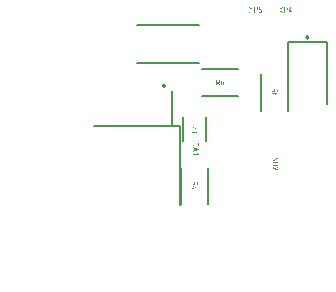
<source format=gbr>
G04 Created by Delta Design Version 2.6.36104.0403*
G04 Date: 11.09.2020 14:45:25*
G04 Project: Programming the device ESP-07*
G04 File name: SILK_TOP*
G04 File format: RS274X*

G04 Parameters*
%FSAN2X44Y44D3M2*%
%MIA0B0*%
%MOMM*%
%IOA0B0*%
%SFA1B1*%
%IJ*%
%IR0*%
G04 End parameters*
G04 Aperture macros*

G04 End Aperture macros*
G04 Apertures*
%ADD10C,.200000*%
G04 End apertures*
G04 Layers*
%LNSILK_TOP*%
%SRX1Y1I0J0*%
G36*
G01X-00053242Y00144451D02*
G01X-00051955Y00146386D01*
G01X-00051866Y00146472D01*
G01X-00051813Y00146493D01*
G01X-00051752Y00146493D01*
G01X-00051659Y00146475D01*
G01X-00051570Y00146419D01*
G01X-00051512Y00146335D01*
G01X-00051492Y00146241D01*
G01X-00051503Y00146174D01*
G01X-00051535Y00146102D01*
G01X-00052939Y00143999D01*
G01X-00051535Y00141895D01*
G01X-00051503Y00141821D01*
G01X-00051492Y00141753D01*
G01X-00051511Y00141662D01*
G01X-00051569Y00141581D01*
G01X-00051654Y00141523D01*
G01X-00051756Y00141504D01*
G01X-00051864Y00141532D01*
G01X-00051955Y00141618D01*
G01X-00053242Y00143546D01*
G01X-00054528Y00141618D01*
G01X-00054567Y00141572D01*
G01X-00054625Y00141529D01*
G01X-00054735Y00141504D01*
G01X-00054818Y00141523D01*
G01X-00054910Y00141579D01*
G01X-00054971Y00141661D01*
G01X-00054992Y00141757D01*
G01X-00054981Y00141823D01*
G01X-00054949Y00141895D01*
G01X-00053545Y00143999D01*
G01X-00054956Y00146102D01*
G01X-00054992Y00146177D01*
G01X-00054992Y00146244D01*
G01X-00054972Y00146335D01*
G01X-00054915Y00146417D01*
G01X-00054830Y00146474D01*
G01X-00054728Y00146493D01*
G01X-00054619Y00146465D01*
G01X-00054528Y00146379D01*
G01X-00053242Y00144451D01*
G37*
G36*
G01X-00047503Y00144498D02*
G01X-00047503Y00145495D01*
G01X-00047522Y00145695D01*
G01X-00047576Y00145879D01*
G01X-00047667Y00146047D01*
G01X-00047794Y00146201D01*
G01X-00047947Y00146329D01*
G01X-00048116Y00146420D01*
G01X-00048301Y00146475D01*
G01X-00048501Y00146493D01*
G01X-00050248Y00146493D01*
G01X-00050357Y00146478D01*
G01X-00050435Y00146431D01*
G01X-00050481Y00146353D01*
G01X-00050497Y00146244D01*
G01X-00050497Y00141753D01*
G01X-00050478Y00141644D01*
G01X-00050422Y00141566D01*
G01X-00050341Y00141520D01*
G01X-00050248Y00141504D01*
G01X-00050148Y00141519D01*
G01X-00050069Y00141565D01*
G01X-00050016Y00141647D01*
G01X-00049998Y00141753D01*
G01X-00049998Y00143500D01*
G01X-00048501Y00143500D01*
G01X-00048302Y00143518D01*
G01X-00048118Y00143573D01*
G01X-00048002Y00143636D01*
G01X-00048002Y00144498D01*
G01X-00048012Y00144392D01*
G01X-00048039Y00144297D01*
G01X-00048085Y00144212D01*
G01X-00048149Y00144138D01*
G01X-00048225Y00144077D01*
G01X-00048310Y00144033D01*
G01X-00048402Y00144007D01*
G01X-00048501Y00143999D01*
G01X-00049998Y00143999D01*
G01X-00049998Y00145994D01*
G01X-00048501Y00145994D01*
G01X-00048397Y00145985D01*
G01X-00048303Y00145958D01*
G01X-00048218Y00145913D01*
G01X-00048143Y00145850D01*
G01X-00048082Y00145774D01*
G01X-00048038Y00145689D01*
G01X-00048011Y00145596D01*
G01X-00048002Y00145495D01*
G01X-00048002Y00144498D01*
G01X-00048002Y00143636D01*
G01X-00047949Y00143665D01*
G01X-00047796Y00143794D01*
G01X-00047668Y00143948D01*
G01X-00047577Y00144117D01*
G01X-00047522Y00144300D01*
G01X-00047503Y00144498D01*
G37*
G36*
G01X-00044011Y00142501D02*
G01X-00044011Y00143497D01*
G01X-00044030Y00143698D01*
G01X-00044085Y00143882D01*
G01X-00044178Y00144051D01*
G01X-00044307Y00144204D01*
G01X-00044462Y00144331D01*
G01X-00044631Y00144421D01*
G01X-00044813Y00144476D01*
G01X-00045009Y00144494D01*
G01X-00045911Y00144494D01*
G01X-00045854Y00144697D01*
G01X-00045779Y00144897D01*
G01X-00045692Y00145080D01*
G01X-00045588Y00145253D01*
G01X-00045468Y00145415D01*
G01X-00045330Y00145567D01*
G01X-00045171Y00145707D01*
G01X-00045016Y00145823D01*
G01X-00044844Y00145928D01*
G01X-00044664Y00146009D01*
G01X-00044589Y00146061D01*
G01X-00044542Y00146112D01*
G01X-00044518Y00146167D01*
G01X-00044510Y00146233D01*
G01X-00044526Y00146328D01*
G01X-00044574Y00146415D01*
G01X-00044657Y00146474D01*
G01X-00044749Y00146493D01*
G01X-00044856Y00146468D01*
G01X-00045086Y00146355D01*
G01X-00045302Y00146223D01*
G01X-00045503Y00146070D01*
G01X-00045690Y00145899D01*
G01X-00045859Y00145712D01*
G01X-00046006Y00145516D01*
G01X-00046132Y00145310D01*
G01X-00046235Y00145094D01*
G01X-00046354Y00144771D01*
G01X-00046438Y00144438D01*
G01X-00046489Y00144097D01*
G01X-00046506Y00143748D01*
G01X-00046506Y00142501D01*
G01X-00046487Y00142299D01*
G01X-00046432Y00142114D01*
G01X-00046339Y00141945D01*
G01X-00046208Y00141792D01*
G01X-00046053Y00141666D01*
G01X-00045885Y00141576D01*
G01X-00045703Y00141522D01*
G01X-00045508Y00141504D01*
G01X-00045009Y00141504D01*
G01X-00044810Y00141522D01*
G01X-00044626Y00141577D01*
G01X-00044510Y00141640D01*
G01X-00044510Y00142501D01*
G01X-00044519Y00142396D01*
G01X-00044547Y00142301D01*
G01X-00044593Y00142216D01*
G01X-00044656Y00142142D01*
G01X-00044733Y00142081D01*
G01X-00044818Y00142038D01*
G01X-00044910Y00142012D01*
G01X-00045009Y00142003D01*
G01X-00045508Y00142003D01*
G01X-00045602Y00142012D01*
G01X-00045704Y00142039D01*
G01X-00045865Y00142145D01*
G01X-00045927Y00142222D01*
G01X-00045972Y00142307D01*
G01X-00045998Y00142400D01*
G01X-00046007Y00142501D01*
G01X-00046007Y00143746D01*
G01X-00045996Y00143995D01*
G01X-00045009Y00143995D01*
G01X-00044905Y00143986D01*
G01X-00044811Y00143959D01*
G01X-00044726Y00143914D01*
G01X-00044651Y00143851D01*
G01X-00044590Y00143775D01*
G01X-00044546Y00143690D01*
G01X-00044519Y00143598D01*
G01X-00044510Y00143497D01*
G01X-00044510Y00142501D01*
G01X-00044510Y00141640D01*
G01X-00044457Y00141669D01*
G01X-00044304Y00141798D01*
G01X-00044176Y00141952D01*
G01X-00044084Y00142120D01*
G01X-00044030Y00142303D01*
G01X-00044011Y00142501D01*
G37*

G36*
G01X-00104238Y00144451D02*
G01X-00102951Y00146386D01*
G01X-00102862Y00146472D01*
G01X-00102809Y00146493D01*
G01X-00102748Y00146493D01*
G01X-00102655Y00146475D01*
G01X-00102566Y00146419D01*
G01X-00102508Y00146335D01*
G01X-00102488Y00146241D01*
G01X-00102499Y00146174D01*
G01X-00102531Y00146102D01*
G01X-00103935Y00143999D01*
G01X-00102531Y00141895D01*
G01X-00102499Y00141821D01*
G01X-00102488Y00141753D01*
G01X-00102507Y00141662D01*
G01X-00102565Y00141581D01*
G01X-00102650Y00141523D01*
G01X-00102752Y00141504D01*
G01X-00102860Y00141532D01*
G01X-00102951Y00141618D01*
G01X-00104238Y00143546D01*
G01X-00105524Y00141618D01*
G01X-00105563Y00141572D01*
G01X-00105621Y00141529D01*
G01X-00105731Y00141504D01*
G01X-00105814Y00141523D01*
G01X-00105906Y00141579D01*
G01X-00105967Y00141661D01*
G01X-00105988Y00141757D01*
G01X-00105977Y00141823D01*
G01X-00105945Y00141895D01*
G01X-00104541Y00143999D01*
G01X-00105952Y00146102D01*
G01X-00105988Y00146177D01*
G01X-00105988Y00146244D01*
G01X-00105968Y00146335D01*
G01X-00105911Y00146417D01*
G01X-00105826Y00146474D01*
G01X-00105724Y00146493D01*
G01X-00105615Y00146465D01*
G01X-00105524Y00146379D01*
G01X-00104238Y00144451D01*
G37*
G36*
G01X-00098499Y00144498D02*
G01X-00098499Y00145495D01*
G01X-00098518Y00145695D01*
G01X-00098572Y00145879D01*
G01X-00098663Y00146047D01*
G01X-00098790Y00146201D01*
G01X-00098943Y00146329D01*
G01X-00099112Y00146420D01*
G01X-00099297Y00146475D01*
G01X-00099497Y00146493D01*
G01X-00101244Y00146493D01*
G01X-00101353Y00146478D01*
G01X-00101431Y00146431D01*
G01X-00101477Y00146353D01*
G01X-00101493Y00146244D01*
G01X-00101493Y00141753D01*
G01X-00101474Y00141644D01*
G01X-00101418Y00141566D01*
G01X-00101337Y00141520D01*
G01X-00101244Y00141504D01*
G01X-00101144Y00141519D01*
G01X-00101065Y00141565D01*
G01X-00101012Y00141647D01*
G01X-00100994Y00141753D01*
G01X-00100994Y00143500D01*
G01X-00099497Y00143500D01*
G01X-00099298Y00143518D01*
G01X-00099114Y00143573D01*
G01X-00098998Y00143636D01*
G01X-00098998Y00144498D01*
G01X-00099008Y00144392D01*
G01X-00099035Y00144297D01*
G01X-00099081Y00144212D01*
G01X-00099145Y00144138D01*
G01X-00099221Y00144077D01*
G01X-00099306Y00144033D01*
G01X-00099398Y00144007D01*
G01X-00099497Y00143999D01*
G01X-00100994Y00143999D01*
G01X-00100994Y00145994D01*
G01X-00099497Y00145994D01*
G01X-00099393Y00145985D01*
G01X-00099299Y00145958D01*
G01X-00099214Y00145913D01*
G01X-00099139Y00145850D01*
G01X-00099078Y00145774D01*
G01X-00099034Y00145689D01*
G01X-00099007Y00145596D01*
G01X-00098998Y00145495D01*
G01X-00098998Y00144498D01*
G01X-00098998Y00143636D01*
G01X-00098945Y00143665D01*
G01X-00098792Y00143794D01*
G01X-00098664Y00143948D01*
G01X-00098573Y00144117D01*
G01X-00098518Y00144300D01*
G01X-00098499Y00144498D01*
G37*
G36*
G01X-00097003Y00145994D02*
G01X-00097003Y00145745D01*
G01X-00097021Y00145639D01*
G01X-00097074Y00145556D01*
G01X-00097153Y00145511D01*
G01X-00097253Y00145495D01*
G01X-00097346Y00145511D01*
G01X-00097427Y00145558D01*
G01X-00097483Y00145636D01*
G01X-00097502Y00145745D01*
G01X-00097502Y00146244D01*
G01X-00097486Y00146353D01*
G01X-00097440Y00146431D01*
G01X-00097362Y00146478D01*
G01X-00097253Y00146493D01*
G01X-00095257Y00146493D01*
G01X-00095146Y00146480D01*
G01X-00095067Y00146442D01*
G01X-00095020Y00146377D01*
G01X-00095004Y00146287D01*
G01X-00095018Y00146180D01*
G01X-00096265Y00141689D01*
G01X-00096291Y00141619D01*
G01X-00096347Y00141559D01*
G01X-00096421Y00141518D01*
G01X-00096501Y00141504D01*
G01X-00096601Y00141520D01*
G01X-00096682Y00141566D01*
G01X-00096736Y00141642D01*
G01X-00096754Y00141743D01*
G01X-00096751Y00141788D01*
G01X-00096743Y00141818D01*
G01X-00095585Y00145994D01*
G01X-00097003Y00145994D01*
G37*

G36*
G01X00097508Y00144451D02*
G01X00098795Y00146386D01*
G01X00098884Y00146472D01*
G01X00098937Y00146493D01*
G01X00098998Y00146493D01*
G01X00099091Y00146475D01*
G01X00099180Y00146419D01*
G01X00099238Y00146335D01*
G01X00099258Y00146241D01*
G01X00099247Y00146174D01*
G01X00099215Y00146102D01*
G01X00097811Y00143999D01*
G01X00099215Y00141895D01*
G01X00099247Y00141821D01*
G01X00099258Y00141753D01*
G01X00099239Y00141662D01*
G01X00099181Y00141581D01*
G01X00099096Y00141523D01*
G01X00098994Y00141504D01*
G01X00098886Y00141532D01*
G01X00098795Y00141618D01*
G01X00097508Y00143546D01*
G01X00096222Y00141618D01*
G01X00096183Y00141572D01*
G01X00096125Y00141529D01*
G01X00096015Y00141504D01*
G01X00095932Y00141523D01*
G01X00095840Y00141579D01*
G01X00095779Y00141661D01*
G01X00095758Y00141757D01*
G01X00095769Y00141823D01*
G01X00095801Y00141895D01*
G01X00097205Y00143999D01*
G01X00095794Y00146102D01*
G01X00095758Y00146177D01*
G01X00095758Y00146244D01*
G01X00095778Y00146335D01*
G01X00095835Y00146417D01*
G01X00095920Y00146474D01*
G01X00096022Y00146493D01*
G01X00096131Y00146465D01*
G01X00096222Y00146379D01*
G01X00097508Y00144451D01*
G37*
G36*
G01X00103247Y00144498D02*
G01X00103247Y00145495D01*
G01X00103228Y00145695D01*
G01X00103174Y00145879D01*
G01X00103083Y00146047D01*
G01X00102956Y00146201D01*
G01X00102803Y00146329D01*
G01X00102634Y00146420D01*
G01X00102449Y00146475D01*
G01X00102249Y00146493D01*
G01X00100502Y00146493D01*
G01X00100393Y00146478D01*
G01X00100315Y00146431D01*
G01X00100269Y00146353D01*
G01X00100253Y00146244D01*
G01X00100253Y00141753D01*
G01X00100272Y00141644D01*
G01X00100328Y00141566D01*
G01X00100409Y00141520D01*
G01X00100502Y00141504D01*
G01X00100602Y00141519D01*
G01X00100681Y00141565D01*
G01X00100734Y00141647D01*
G01X00100752Y00141753D01*
G01X00100752Y00143500D01*
G01X00102249Y00143500D01*
G01X00102448Y00143518D01*
G01X00102632Y00143573D01*
G01X00102748Y00143636D01*
G01X00102748Y00144498D01*
G01X00102738Y00144392D01*
G01X00102711Y00144297D01*
G01X00102665Y00144212D01*
G01X00102601Y00144138D01*
G01X00102525Y00144077D01*
G01X00102440Y00144033D01*
G01X00102348Y00144007D01*
G01X00102249Y00143999D01*
G01X00100752Y00143999D01*
G01X00100752Y00145994D01*
G01X00102249Y00145994D01*
G01X00102353Y00145985D01*
G01X00102447Y00145958D01*
G01X00102532Y00145913D01*
G01X00102607Y00145850D01*
G01X00102668Y00145774D01*
G01X00102712Y00145689D01*
G01X00102739Y00145596D01*
G01X00102748Y00145495D01*
G01X00102748Y00144498D01*
G01X00102748Y00143636D01*
G01X00102801Y00143665D01*
G01X00102954Y00143794D01*
G01X00103082Y00143948D01*
G01X00103173Y00144117D01*
G01X00103228Y00144300D01*
G01X00103247Y00144498D01*
G37*
G36*
G01X00106489Y00142997D02*
G01X00106988Y00142997D01*
G01X00107084Y00142978D01*
G01X00107164Y00142921D01*
G01X00107219Y00142839D01*
G01X00107238Y00142748D01*
G01X00107222Y00142663D01*
G01X00107175Y00142580D01*
G01X00107097Y00142519D01*
G01X00106988Y00142498D01*
G01X00106489Y00142498D01*
G01X00106489Y00141753D01*
G01X00106471Y00141647D01*
G01X00106418Y00141564D01*
G01X00106339Y00141519D01*
G01X00106240Y00141504D01*
G01X00106146Y00141520D01*
G01X00106065Y00141566D01*
G01X00106009Y00141644D01*
G01X00105990Y00141753D01*
G01X00105990Y00142498D01*
G01X00104493Y00142498D01*
G01X00104380Y00142511D01*
G01X00104298Y00142549D01*
G01X00104249Y00142613D01*
G01X00104233Y00142701D01*
G01X00104240Y00142762D01*
G01X00104255Y00142819D01*
G01X00105252Y00146311D01*
G01X00105285Y00146383D01*
G01X00105338Y00146447D01*
G01X00105384Y00146472D01*
G01X00105481Y00146493D01*
G01X00105581Y00146475D01*
G01X00105662Y00146422D01*
G01X00105721Y00146344D01*
G01X00105741Y00146247D01*
G01X00105730Y00146172D01*
G01X00104821Y00142997D01*
G01X00105990Y00142997D01*
G01X00105990Y00143746D01*
G01X00106009Y00143842D01*
G01X00106065Y00143931D01*
G01X00106146Y00143979D01*
G01X00106240Y00143995D01*
G01X00106331Y00143979D01*
G01X00106412Y00143933D01*
G01X00106470Y00143855D01*
G01X00106489Y00143746D01*
G01X00106489Y00142997D01*
G37*

G36*
G01X00072258Y00144451D02*
G01X00073545Y00146386D01*
G01X00073634Y00146472D01*
G01X00073687Y00146493D01*
G01X00073748Y00146493D01*
G01X00073841Y00146475D01*
G01X00073930Y00146419D01*
G01X00073988Y00146335D01*
G01X00074008Y00146241D01*
G01X00073997Y00146174D01*
G01X00073965Y00146102D01*
G01X00072561Y00143999D01*
G01X00073965Y00141895D01*
G01X00073997Y00141821D01*
G01X00074008Y00141753D01*
G01X00073989Y00141662D01*
G01X00073931Y00141581D01*
G01X00073846Y00141523D01*
G01X00073744Y00141504D01*
G01X00073636Y00141532D01*
G01X00073545Y00141618D01*
G01X00072258Y00143546D01*
G01X00070972Y00141618D01*
G01X00070933Y00141572D01*
G01X00070875Y00141529D01*
G01X00070765Y00141504D01*
G01X00070682Y00141523D01*
G01X00070590Y00141579D01*
G01X00070529Y00141661D01*
G01X00070508Y00141757D01*
G01X00070519Y00141823D01*
G01X00070551Y00141895D01*
G01X00071955Y00143999D01*
G01X00070544Y00146102D01*
G01X00070508Y00146177D01*
G01X00070508Y00146244D01*
G01X00070528Y00146335D01*
G01X00070585Y00146417D01*
G01X00070670Y00146474D01*
G01X00070772Y00146493D01*
G01X00070881Y00146465D01*
G01X00070972Y00146379D01*
G01X00072258Y00144451D01*
G37*
G36*
G01X00077997Y00144498D02*
G01X00077997Y00145495D01*
G01X00077978Y00145695D01*
G01X00077924Y00145879D01*
G01X00077833Y00146047D01*
G01X00077706Y00146201D01*
G01X00077553Y00146329D01*
G01X00077384Y00146420D01*
G01X00077199Y00146475D01*
G01X00076999Y00146493D01*
G01X00075252Y00146493D01*
G01X00075143Y00146478D01*
G01X00075065Y00146431D01*
G01X00075019Y00146353D01*
G01X00075003Y00146244D01*
G01X00075003Y00141753D01*
G01X00075022Y00141644D01*
G01X00075078Y00141566D01*
G01X00075159Y00141520D01*
G01X00075252Y00141504D01*
G01X00075352Y00141519D01*
G01X00075431Y00141565D01*
G01X00075484Y00141647D01*
G01X00075502Y00141753D01*
G01X00075502Y00143500D01*
G01X00076999Y00143500D01*
G01X00077198Y00143518D01*
G01X00077382Y00143573D01*
G01X00077498Y00143636D01*
G01X00077498Y00144498D01*
G01X00077488Y00144392D01*
G01X00077461Y00144297D01*
G01X00077415Y00144212D01*
G01X00077351Y00144138D01*
G01X00077275Y00144077D01*
G01X00077190Y00144033D01*
G01X00077098Y00144007D01*
G01X00076999Y00143999D01*
G01X00075502Y00143999D01*
G01X00075502Y00145994D01*
G01X00076999Y00145994D01*
G01X00077103Y00145985D01*
G01X00077197Y00145958D01*
G01X00077282Y00145913D01*
G01X00077357Y00145850D01*
G01X00077418Y00145774D01*
G01X00077462Y00145689D01*
G01X00077489Y00145596D01*
G01X00077498Y00145495D01*
G01X00077498Y00144498D01*
G01X00077498Y00143636D01*
G01X00077551Y00143665D01*
G01X00077704Y00143794D01*
G01X00077832Y00143948D01*
G01X00077923Y00144117D01*
G01X00077978Y00144300D01*
G01X00077997Y00144498D01*
G37*
G36*
G01X00079493Y00145994D02*
G01X00079493Y00144494D01*
G01X00080241Y00144494D01*
G01X00080487Y00144471D01*
G01X00080716Y00144403D01*
G01X00080927Y00144289D01*
G01X00081120Y00144129D01*
G01X00081281Y00143937D01*
G01X00081396Y00143727D01*
G01X00081466Y00143497D01*
G01X00081489Y00143248D01*
G01X00081489Y00142750D01*
G01X00081466Y00142504D01*
G01X00081397Y00142276D01*
G01X00081282Y00142065D01*
G01X00081122Y00141872D01*
G01X00080929Y00141711D01*
G01X00080718Y00141596D01*
G01X00080489Y00141527D01*
G01X00080241Y00141504D01*
G01X00079243Y00141504D01*
G01X00079140Y00141522D01*
G01X00079058Y00141575D01*
G01X00079010Y00141657D01*
G01X00078994Y00141753D01*
G01X00079010Y00141840D01*
G01X00079060Y00141923D01*
G01X00079139Y00141983D01*
G01X00079243Y00142003D01*
G01X00080241Y00142003D01*
G01X00080389Y00142016D01*
G01X00080526Y00142056D01*
G01X00080653Y00142123D01*
G01X00080769Y00142216D01*
G01X00080865Y00142330D01*
G01X00080934Y00142456D01*
G01X00080976Y00142597D01*
G01X00080990Y00142750D01*
G01X00080990Y00143248D01*
G01X00080976Y00143397D01*
G01X00080936Y00143535D01*
G01X00080868Y00143661D01*
G01X00080774Y00143776D01*
G01X00080660Y00143872D01*
G01X00080533Y00143940D01*
G01X00080393Y00143981D01*
G01X00080241Y00143995D01*
G01X00079243Y00143995D01*
G01X00079134Y00144011D01*
G01X00079056Y00144058D01*
G01X00079010Y00144136D01*
G01X00078994Y00144245D01*
G01X00078994Y00146244D01*
G01X00079010Y00146353D01*
G01X00079056Y00146431D01*
G01X00079134Y00146478D01*
G01X00079243Y00146493D01*
G01X00081239Y00146493D01*
G01X00081335Y00146474D01*
G01X00081416Y00146417D01*
G01X00081470Y00146335D01*
G01X00081489Y00146244D01*
G01X00081473Y00146159D01*
G01X00081426Y00146076D01*
G01X00081348Y00146015D01*
G01X00081239Y00145994D01*
G01X00079493Y00145994D01*
G37*

G36*
G01X00027994Y00029493D02*
G01X00027994Y00031240D01*
G01X00027979Y00031349D01*
G01X00027932Y00031427D01*
G01X00027854Y00031473D01*
G01X00027745Y00031489D01*
G01X00023254Y00031489D01*
G01X00023145Y00031473D01*
G01X00023067Y00031427D01*
G01X00023021Y00031349D01*
G01X00023005Y00031240D01*
G01X00023005Y00029493D01*
G01X00023023Y00029294D01*
G01X00023079Y00029110D01*
G01X00023170Y00028941D01*
G01X00023299Y00028788D01*
G01X00023453Y00028660D01*
G01X00023622Y00028569D01*
G01X00023805Y00028514D01*
G01X00024003Y00028495D01*
G01X00026996Y00028495D01*
G01X00027196Y00028514D01*
G01X00027380Y00028568D01*
G01X00027495Y00028630D01*
G01X00027495Y00029493D01*
G01X00027486Y00029389D01*
G01X00027459Y00029295D01*
G01X00027414Y00029210D01*
G01X00027351Y00029135D01*
G01X00027275Y00029074D01*
G01X00027190Y00029030D01*
G01X00027097Y00029003D01*
G01X00026996Y00028994D01*
G01X00024003Y00028994D01*
G01X00023898Y00029004D01*
G01X00023802Y00029031D01*
G01X00023718Y00029077D01*
G01X00023643Y00029141D01*
G01X00023582Y00029217D01*
G01X00023539Y00029302D01*
G01X00023513Y00029394D01*
G01X00023504Y00029493D01*
G01X00023504Y00030990D01*
G01X00027495Y00030990D01*
G01X00027495Y00029493D01*
G01X00027495Y00028630D01*
G01X00027548Y00028659D01*
G01X00027702Y00028786D01*
G01X00027830Y00028939D01*
G01X00027921Y00029108D01*
G01X00027976Y00029293D01*
G01X00027994Y00029493D01*
G37*
G36*
G01X00028044Y00025715D02*
G01X00028031Y00025790D01*
G01X00027991Y00025854D01*
G01X00027924Y00025908D01*
G01X00027830Y00025950D01*
G01X00023337Y00027451D01*
G01X00023248Y00027469D01*
G01X00023151Y00027448D01*
G01X00023076Y00027387D01*
G01X00023023Y00027306D01*
G01X00023005Y00027212D01*
G01X00023021Y00027135D01*
G01X00023048Y00027077D01*
G01X00023105Y00027021D01*
G01X00023177Y00026984D01*
G01X00024256Y00026624D01*
G01X00024256Y00024814D01*
G01X00023177Y00024454D01*
G01X00023079Y00024398D01*
G01X00023030Y00024338D01*
G01X00023005Y00024226D01*
G01X00023022Y00024134D01*
G01X00023073Y00024051D01*
G01X00023156Y00023989D01*
G01X00023248Y00023969D01*
G01X00023337Y00023987D01*
G01X00026964Y00025192D01*
G01X00026964Y00025715D01*
G01X00024766Y00024981D01*
G01X00024766Y00026453D01*
G01X00026964Y00025715D01*
G01X00026964Y00025192D01*
G01X00027830Y00025480D01*
G01X00027924Y00025523D01*
G01X00027991Y00025576D01*
G01X00028031Y00025640D01*
G01X00028044Y00025715D01*
G37*
G36*
G01X00023255Y00021510D02*
G01X00023148Y00021528D01*
G01X00023066Y00021582D01*
G01X00023020Y00021660D01*
G01X00023005Y00021760D01*
G01X00023021Y00021853D01*
G01X00023067Y00021934D01*
G01X00023145Y00021990D01*
G01X00023254Y00022009D01*
G01X00027146Y00022009D01*
G01X00026572Y00022583D01*
G01X00026516Y00022663D01*
G01X00026498Y00022754D01*
G01X00026516Y00022842D01*
G01X00026572Y00022929D01*
G01X00026656Y00022987D01*
G01X00026751Y00023007D01*
G01X00026836Y00022988D01*
G01X00026922Y00022932D01*
G01X00027920Y00021934D01*
G01X00028001Y00021831D01*
G01X00028023Y00021775D01*
G01X00028031Y00021713D01*
G01X00028012Y00021647D01*
G01X00027956Y00021571D01*
G01X00027864Y00021525D01*
G01X00027746Y00021510D01*
G01X00023255Y00021510D01*
G37*

G36*
G01X00122757Y-00067549D02*
G01X00124044Y-00065614D01*
G01X00124133Y-00065528D01*
G01X00124186Y-00065507D01*
G01X00124247Y-00065507D01*
G01X00124340Y-00065525D01*
G01X00124429Y-00065581D01*
G01X00124487Y-00065665D01*
G01X00124507Y-00065759D01*
G01X00124496Y-00065826D01*
G01X00124464Y-00065898D01*
G01X00123060Y-00068001D01*
G01X00124464Y-00070105D01*
G01X00124496Y-00070179D01*
G01X00124507Y-00070247D01*
G01X00124488Y-00070338D01*
G01X00124430Y-00070419D01*
G01X00124345Y-00070477D01*
G01X00124243Y-00070496D01*
G01X00124135Y-00070468D01*
G01X00124044Y-00070382D01*
G01X00122757Y-00068454D01*
G01X00121471Y-00070382D01*
G01X00121432Y-00070428D01*
G01X00121374Y-00070471D01*
G01X00121264Y-00070496D01*
G01X00121181Y-00070477D01*
G01X00121089Y-00070421D01*
G01X00121028Y-00070339D01*
G01X00121007Y-00070243D01*
G01X00121018Y-00070177D01*
G01X00121050Y-00070105D01*
G01X00122454Y-00068001D01*
G01X00121043Y-00065898D01*
G01X00121007Y-00065823D01*
G01X00121007Y-00065756D01*
G01X00121027Y-00065665D01*
G01X00121084Y-00065583D01*
G01X00121169Y-00065526D01*
G01X00121271Y-00065507D01*
G01X00121380Y-00065535D01*
G01X00121471Y-00065621D01*
G01X00122757Y-00067549D01*
G37*
G36*
G01X00128496Y-00067502D02*
G01X00128496Y-00066505D01*
G01X00128477Y-00066305D01*
G01X00128423Y-00066121D01*
G01X00128332Y-00065953D01*
G01X00128205Y-00065799D01*
G01X00128052Y-00065671D01*
G01X00127883Y-00065580D01*
G01X00127698Y-00065525D01*
G01X00127498Y-00065507D01*
G01X00125751Y-00065507D01*
G01X00125642Y-00065522D01*
G01X00125564Y-00065569D01*
G01X00125518Y-00065647D01*
G01X00125502Y-00065756D01*
G01X00125502Y-00070247D01*
G01X00125521Y-00070356D01*
G01X00125577Y-00070434D01*
G01X00125658Y-00070480D01*
G01X00125751Y-00070496D01*
G01X00125851Y-00070481D01*
G01X00125930Y-00070435D01*
G01X00125983Y-00070353D01*
G01X00126001Y-00070247D01*
G01X00126001Y-00068500D01*
G01X00127498Y-00068500D01*
G01X00127697Y-00068482D01*
G01X00127881Y-00068427D01*
G01X00127997Y-00068364D01*
G01X00127997Y-00067502D01*
G01X00127987Y-00067608D01*
G01X00127960Y-00067703D01*
G01X00127914Y-00067788D01*
G01X00127850Y-00067862D01*
G01X00127774Y-00067923D01*
G01X00127689Y-00067967D01*
G01X00127597Y-00067993D01*
G01X00127498Y-00068001D01*
G01X00126001Y-00068001D01*
G01X00126001Y-00066006D01*
G01X00127498Y-00066006D01*
G01X00127602Y-00066015D01*
G01X00127696Y-00066042D01*
G01X00127781Y-00066087D01*
G01X00127856Y-00066150D01*
G01X00127917Y-00066226D01*
G01X00127961Y-00066311D01*
G01X00127988Y-00066404D01*
G01X00127997Y-00066505D01*
G01X00127997Y-00067502D01*
G01X00127997Y-00068364D01*
G01X00128050Y-00068335D01*
G01X00128203Y-00068206D01*
G01X00128331Y-00068052D01*
G01X00128422Y-00067883D01*
G01X00128477Y-00067700D01*
G01X00128496Y-00067502D01*
G37*
G36*
G01X00130990Y-00070246D02*
G01X00130972Y-00070353D01*
G01X00130918Y-00070435D01*
G01X00130840Y-00070481D01*
G01X00130740Y-00070496D01*
G01X00130647Y-00070480D01*
G01X00130566Y-00070434D01*
G01X00130510Y-00070356D01*
G01X00130491Y-00070247D01*
G01X00130491Y-00066355D01*
G01X00129917Y-00066929D01*
G01X00129837Y-00066985D01*
G01X00129746Y-00067003D01*
G01X00129658Y-00066985D01*
G01X00129571Y-00066929D01*
G01X00129513Y-00066845D01*
G01X00129493Y-00066750D01*
G01X00129512Y-00066665D01*
G01X00129568Y-00066579D01*
G01X00130566Y-00065581D01*
G01X00130669Y-00065500D01*
G01X00130725Y-00065478D01*
G01X00130787Y-00065470D01*
G01X00130853Y-00065489D01*
G01X00130929Y-00065545D01*
G01X00130975Y-00065637D01*
G01X00130990Y-00065755D01*
G01X00130990Y-00070246D01*
G37*

G36*
G01X00122758Y-00042049D02*
G01X00124045Y-00040114D01*
G01X00124134Y-00040028D01*
G01X00124187Y-00040007D01*
G01X00124248Y-00040007D01*
G01X00124341Y-00040025D01*
G01X00124430Y-00040081D01*
G01X00124488Y-00040165D01*
G01X00124508Y-00040259D01*
G01X00124497Y-00040326D01*
G01X00124465Y-00040398D01*
G01X00123061Y-00042501D01*
G01X00124465Y-00044605D01*
G01X00124497Y-00044679D01*
G01X00124508Y-00044747D01*
G01X00124489Y-00044838D01*
G01X00124431Y-00044919D01*
G01X00124346Y-00044977D01*
G01X00124244Y-00044996D01*
G01X00124136Y-00044968D01*
G01X00124045Y-00044882D01*
G01X00122758Y-00042954D01*
G01X00121472Y-00044882D01*
G01X00121433Y-00044928D01*
G01X00121375Y-00044971D01*
G01X00121265Y-00044996D01*
G01X00121182Y-00044977D01*
G01X00121090Y-00044921D01*
G01X00121029Y-00044839D01*
G01X00121008Y-00044743D01*
G01X00121019Y-00044677D01*
G01X00121051Y-00044605D01*
G01X00122455Y-00042501D01*
G01X00121044Y-00040398D01*
G01X00121008Y-00040323D01*
G01X00121008Y-00040256D01*
G01X00121028Y-00040165D01*
G01X00121085Y-00040083D01*
G01X00121170Y-00040026D01*
G01X00121272Y-00040007D01*
G01X00121381Y-00040035D01*
G01X00121472Y-00040121D01*
G01X00122758Y-00042049D01*
G37*
G36*
G01X00128497Y-00042002D02*
G01X00128497Y-00041005D01*
G01X00128478Y-00040805D01*
G01X00128424Y-00040621D01*
G01X00128333Y-00040453D01*
G01X00128206Y-00040299D01*
G01X00128053Y-00040171D01*
G01X00127884Y-00040080D01*
G01X00127699Y-00040025D01*
G01X00127499Y-00040007D01*
G01X00125752Y-00040007D01*
G01X00125643Y-00040022D01*
G01X00125565Y-00040069D01*
G01X00125519Y-00040147D01*
G01X00125503Y-00040256D01*
G01X00125503Y-00044747D01*
G01X00125522Y-00044856D01*
G01X00125578Y-00044934D01*
G01X00125659Y-00044980D01*
G01X00125752Y-00044996D01*
G01X00125852Y-00044981D01*
G01X00125931Y-00044935D01*
G01X00125984Y-00044853D01*
G01X00126002Y-00044747D01*
G01X00126002Y-00043000D01*
G01X00127499Y-00043000D01*
G01X00127698Y-00042982D01*
G01X00127882Y-00042927D01*
G01X00127998Y-00042864D01*
G01X00127998Y-00042002D01*
G01X00127988Y-00042108D01*
G01X00127961Y-00042203D01*
G01X00127915Y-00042288D01*
G01X00127851Y-00042362D01*
G01X00127775Y-00042423D01*
G01X00127690Y-00042467D01*
G01X00127598Y-00042493D01*
G01X00127499Y-00042501D01*
G01X00126002Y-00042501D01*
G01X00126002Y-00040506D01*
G01X00127499Y-00040506D01*
G01X00127603Y-00040515D01*
G01X00127697Y-00040542D01*
G01X00127782Y-00040587D01*
G01X00127857Y-00040650D01*
G01X00127918Y-00040726D01*
G01X00127962Y-00040811D01*
G01X00127989Y-00040904D01*
G01X00127998Y-00041005D01*
G01X00127998Y-00042002D01*
G01X00127998Y-00042864D01*
G01X00128051Y-00042835D01*
G01X00128204Y-00042706D01*
G01X00128332Y-00042552D01*
G01X00128423Y-00042383D01*
G01X00128478Y-00042200D01*
G01X00128497Y-00042002D01*
G37*
G36*
G01X00131803Y-00041928D02*
G01X00130192Y-00044497D01*
G01X00131739Y-00044497D01*
G01X00131835Y-00044516D01*
G01X00131916Y-00044574D01*
G01X00131970Y-00044655D01*
G01X00131989Y-00044747D01*
G01X00131973Y-00044831D01*
G01X00131926Y-00044914D01*
G01X00131848Y-00044976D01*
G01X00131739Y-00044996D01*
G01X00129743Y-00044996D01*
G01X00129625Y-00044984D01*
G01X00129540Y-00044946D01*
G01X00129489Y-00044884D01*
G01X00129473Y-00044796D01*
G01X00129488Y-00044711D01*
G01X00129533Y-00044611D01*
G01X00131372Y-00041675D01*
G01X00131442Y-00041483D01*
G01X00131465Y-00041300D01*
G01X00131449Y-00041145D01*
G01X00131402Y-00041001D01*
G01X00131325Y-00040867D01*
G01X00131216Y-00040744D01*
G01X00131089Y-00040646D01*
G01X00130942Y-00040570D01*
G01X00130779Y-00040522D01*
G01X00130604Y-00040506D01*
G01X00130419Y-00040531D01*
G01X00130241Y-00040605D01*
G01X00130082Y-00040732D01*
G01X00129953Y-00040891D01*
G01X00129915Y-00040936D01*
G01X00129857Y-00040980D01*
G01X00129747Y-00041005D01*
G01X00129654Y-00040987D01*
G01X00129570Y-00040935D01*
G01X00129510Y-00040857D01*
G01X00129490Y-00040762D01*
G01X00129501Y-00040702D01*
G01X00129533Y-00040620D01*
G01X00129626Y-00040492D01*
G01X00129734Y-00040376D01*
G01X00129858Y-00040273D01*
G01X00129996Y-00040181D01*
G01X00130140Y-00040108D01*
G01X00130285Y-00040053D01*
G01X00130429Y-00040018D01*
G01X00130570Y-00040007D01*
G01X00130851Y-00040031D01*
G01X00131110Y-00040103D01*
G01X00131346Y-00040224D01*
G01X00131559Y-00040393D01*
G01X00131736Y-00040596D01*
G01X00131863Y-00040817D01*
G01X00131938Y-00041057D01*
G01X00131964Y-00041315D01*
G01X00131954Y-00041468D01*
G01X00131924Y-00041621D01*
G01X00131873Y-00041774D01*
G01X00131803Y-00041928D01*
G37*

G36*
G01X00123258Y-00016549D02*
G01X00124545Y-00014614D01*
G01X00124634Y-00014528D01*
G01X00124687Y-00014507D01*
G01X00124748Y-00014507D01*
G01X00124841Y-00014525D01*
G01X00124930Y-00014581D01*
G01X00124988Y-00014665D01*
G01X00125008Y-00014759D01*
G01X00124997Y-00014826D01*
G01X00124965Y-00014898D01*
G01X00123561Y-00017001D01*
G01X00124965Y-00019105D01*
G01X00124997Y-00019179D01*
G01X00125008Y-00019247D01*
G01X00124989Y-00019338D01*
G01X00124931Y-00019419D01*
G01X00124846Y-00019477D01*
G01X00124744Y-00019496D01*
G01X00124636Y-00019468D01*
G01X00124545Y-00019382D01*
G01X00123258Y-00017454D01*
G01X00121972Y-00019382D01*
G01X00121933Y-00019428D01*
G01X00121875Y-00019471D01*
G01X00121765Y-00019496D01*
G01X00121682Y-00019477D01*
G01X00121590Y-00019421D01*
G01X00121529Y-00019339D01*
G01X00121508Y-00019243D01*
G01X00121519Y-00019177D01*
G01X00121551Y-00019105D01*
G01X00122955Y-00017001D01*
G01X00121544Y-00014898D01*
G01X00121508Y-00014823D01*
G01X00121508Y-00014756D01*
G01X00121528Y-00014665D01*
G01X00121585Y-00014583D01*
G01X00121670Y-00014526D01*
G01X00121772Y-00014507D01*
G01X00121881Y-00014535D01*
G01X00121972Y-00014621D01*
G01X00123258Y-00016549D01*
G37*
G36*
G01X00128997Y-00016502D02*
G01X00128997Y-00015505D01*
G01X00128978Y-00015305D01*
G01X00128924Y-00015121D01*
G01X00128833Y-00014953D01*
G01X00128706Y-00014799D01*
G01X00128553Y-00014671D01*
G01X00128384Y-00014580D01*
G01X00128199Y-00014525D01*
G01X00127999Y-00014507D01*
G01X00126252Y-00014507D01*
G01X00126143Y-00014522D01*
G01X00126065Y-00014569D01*
G01X00126019Y-00014647D01*
G01X00126003Y-00014756D01*
G01X00126003Y-00019247D01*
G01X00126022Y-00019356D01*
G01X00126078Y-00019434D01*
G01X00126159Y-00019480D01*
G01X00126252Y-00019496D01*
G01X00126352Y-00019481D01*
G01X00126431Y-00019435D01*
G01X00126484Y-00019353D01*
G01X00126502Y-00019247D01*
G01X00126502Y-00017500D01*
G01X00127999Y-00017500D01*
G01X00128198Y-00017482D01*
G01X00128382Y-00017427D01*
G01X00128498Y-00017364D01*
G01X00128498Y-00016502D01*
G01X00128488Y-00016608D01*
G01X00128461Y-00016703D01*
G01X00128415Y-00016788D01*
G01X00128351Y-00016862D01*
G01X00128275Y-00016923D01*
G01X00128190Y-00016967D01*
G01X00128098Y-00016993D01*
G01X00127999Y-00017001D01*
G01X00126502Y-00017001D01*
G01X00126502Y-00015006D01*
G01X00127999Y-00015006D01*
G01X00128103Y-00015015D01*
G01X00128197Y-00015042D01*
G01X00128282Y-00015087D01*
G01X00128357Y-00015150D01*
G01X00128418Y-00015226D01*
G01X00128462Y-00015311D01*
G01X00128489Y-00015404D01*
G01X00128498Y-00015505D01*
G01X00128498Y-00016502D01*
G01X00128498Y-00017364D01*
G01X00128551Y-00017335D01*
G01X00128704Y-00017206D01*
G01X00128832Y-00017052D01*
G01X00128923Y-00016883D01*
G01X00128978Y-00016700D01*
G01X00128997Y-00016502D01*
G37*
G36*
G01X00131216Y-00015013D02*
G01X00130218Y-00015013D01*
G01X00130115Y-00014995D01*
G01X00130033Y-00014941D01*
G01X00129985Y-00014860D01*
G01X00129969Y-00014763D01*
G01X00129985Y-00014676D01*
G01X00130035Y-00014594D01*
G01X00130114Y-00014534D01*
G01X00130218Y-00014514D01*
G01X00131216Y-00014514D01*
G01X00131494Y-00014538D01*
G01X00131742Y-00014609D01*
G01X00131961Y-00014728D01*
G01X00132150Y-00014895D01*
G01X00132287Y-00015082D01*
G01X00132385Y-00015288D01*
G01X00132444Y-00015512D01*
G01X00132464Y-00015754D01*
G01X00132434Y-00016044D01*
G01X00132344Y-00016310D01*
G01X00132277Y-00016433D01*
G01X00132193Y-00016551D01*
G01X00132094Y-00016661D01*
G01X00131979Y-00016766D01*
G01X00132169Y-00016954D01*
G01X00132325Y-00017191D01*
G01X00132385Y-00017325D01*
G01X00132429Y-00017462D01*
G01X00132455Y-00017605D01*
G01X00132464Y-00017752D01*
G01X00132464Y-00018250D01*
G01X00132441Y-00018496D01*
G01X00132372Y-00018724D01*
G01X00132257Y-00018935D01*
G01X00132097Y-00019128D01*
G01X00131904Y-00019289D01*
G01X00131693Y-00019404D01*
G01X00131464Y-00019473D01*
G01X00131216Y-00019496D01*
G01X00130218Y-00019496D01*
G01X00130115Y-00019479D01*
G01X00130033Y-00019428D01*
G01X00129985Y-00019342D01*
G01X00129969Y-00019247D01*
G01X00129985Y-00019162D01*
G01X00130031Y-00019079D01*
G01X00130109Y-00019018D01*
G01X00130218Y-00018997D01*
G01X00131216Y-00018997D01*
G01X00131366Y-00018983D01*
G01X00131504Y-00018942D01*
G01X00131630Y-00018874D01*
G01X00131746Y-00018778D01*
G01X00131841Y-00018663D01*
G01X00131910Y-00018537D01*
G01X00131951Y-00018399D01*
G01X00131965Y-00018250D01*
G01X00131965Y-00017752D01*
G01X00131951Y-00017604D01*
G01X00131911Y-00017467D01*
G01X00131843Y-00017341D01*
G01X00131749Y-00017225D01*
G01X00131635Y-00017129D01*
G01X00131508Y-00017060D01*
G01X00131369Y-00017019D01*
G01X00131216Y-00017005D01*
G01X00130717Y-00017005D01*
G01X00130614Y-00016988D01*
G01X00130532Y-00016937D01*
G01X00130484Y-00016851D01*
G01X00130468Y-00016755D01*
G01X00130484Y-00016671D01*
G01X00130530Y-00016588D01*
G01X00130608Y-00016526D01*
G01X00130717Y-00016506D01*
G01X00131216Y-00016506D01*
G01X00131375Y-00016491D01*
G01X00131518Y-00016446D01*
G01X00131647Y-00016372D01*
G01X00131762Y-00016267D01*
G01X00131841Y-00016154D01*
G01X00131898Y-00016029D01*
G01X00131932Y-00015892D01*
G01X00131943Y-00015743D01*
G01X00131932Y-00015598D01*
G01X00131900Y-00015466D01*
G01X00131845Y-00015347D01*
G01X00131769Y-00015241D01*
G01X00131659Y-00015141D01*
G01X00131531Y-00015070D01*
G01X00131383Y-00015027D01*
G01X00131216Y-00015013D01*
G37*

G36*
G01X-00110004Y00063252D02*
G01X-00110004Y00062005D01*
G01X-00110022Y00061809D01*
G01X-00110077Y00061626D01*
G01X-00110167Y00061458D01*
G01X-00110294Y00061303D01*
G01X-00110448Y00061173D01*
G01X-00110617Y00061081D01*
G01X-00110801Y00061025D01*
G01X-00111002Y00061007D01*
G01X-00113995Y00061007D01*
G01X-00114196Y00061025D01*
G01X-00114381Y00061080D01*
G01X-00114550Y00061170D01*
G01X-00114703Y00061297D01*
G01X-00114830Y00061451D01*
G01X-00114921Y00061619D01*
G01X-00114975Y00061804D01*
G01X-00114993Y00062005D01*
G01X-00114993Y00063252D01*
G01X-00114974Y00063348D01*
G01X-00114917Y00063429D01*
G01X-00114835Y00063483D01*
G01X-00114744Y00063502D01*
G01X-00114659Y00063486D01*
G01X-00114576Y00063439D01*
G01X-00114515Y00063361D01*
G01X-00114494Y00063252D01*
G01X-00114494Y00062005D01*
G01X-00114485Y00061904D01*
G01X-00114459Y00061811D01*
G01X-00114414Y00061725D01*
G01X-00114352Y00061648D01*
G01X-00114276Y00061586D01*
G01X-00114190Y00061541D01*
G01X-00114096Y00061515D01*
G01X-00113995Y00061506D01*
G01X-00111002Y00061506D01*
G01X-00110901Y00061515D01*
G01X-00110808Y00061541D01*
G01X-00110723Y00061586D01*
G01X-00110645Y00061648D01*
G01X-00110539Y00061809D01*
G01X-00110512Y00061911D01*
G01X-00110503Y00062005D01*
G01X-00110503Y00063252D01*
G01X-00110484Y00063348D01*
G01X-00110426Y00063429D01*
G01X-00110345Y00063483D01*
G01X-00110253Y00063502D01*
G01X-00110169Y00063486D01*
G01X-00110086Y00063439D01*
G01X-00110024Y00063361D01*
G01X-00110004Y00063252D01*
G37*
G36*
G01X-00113072Y00066809D02*
G01X-00110503Y00065198D01*
G01X-00110503Y00066745D01*
G01X-00110484Y00066841D01*
G01X-00110426Y00066922D01*
G01X-00110345Y00066976D01*
G01X-00110253Y00066995D01*
G01X-00110169Y00066979D01*
G01X-00110086Y00066932D01*
G01X-00110024Y00066854D01*
G01X-00110004Y00066745D01*
G01X-00110004Y00064749D01*
G01X-00110016Y00064631D01*
G01X-00110054Y00064546D01*
G01X-00110116Y00064495D01*
G01X-00110204Y00064479D01*
G01X-00110289Y00064494D01*
G01X-00110389Y00064539D01*
G01X-00113325Y00066378D01*
G01X-00113517Y00066448D01*
G01X-00113700Y00066471D01*
G01X-00113855Y00066455D01*
G01X-00113999Y00066408D01*
G01X-00114133Y00066331D01*
G01X-00114256Y00066222D01*
G01X-00114354Y00066095D01*
G01X-00114430Y00065948D01*
G01X-00114478Y00065785D01*
G01X-00114494Y00065610D01*
G01X-00114469Y00065425D01*
G01X-00114395Y00065247D01*
G01X-00114268Y00065088D01*
G01X-00114109Y00064959D01*
G01X-00114064Y00064921D01*
G01X-00114020Y00064863D01*
G01X-00113995Y00064753D01*
G01X-00114013Y00064660D01*
G01X-00114065Y00064576D01*
G01X-00114143Y00064516D01*
G01X-00114238Y00064496D01*
G01X-00114298Y00064507D01*
G01X-00114380Y00064539D01*
G01X-00114508Y00064632D01*
G01X-00114624Y00064740D01*
G01X-00114727Y00064864D01*
G01X-00114819Y00065002D01*
G01X-00114892Y00065146D01*
G01X-00114947Y00065291D01*
G01X-00114982Y00065435D01*
G01X-00114993Y00065576D01*
G01X-00114969Y00065857D01*
G01X-00114897Y00066116D01*
G01X-00114776Y00066352D01*
G01X-00114607Y00066565D01*
G01X-00114404Y00066742D01*
G01X-00114183Y00066869D01*
G01X-00113943Y00066944D01*
G01X-00113685Y00066970D01*
G01X-00113532Y00066960D01*
G01X-00113379Y00066930D01*
G01X-00113226Y00066879D01*
G01X-00113072Y00066809D01*
G37*

G36*
G01X00026845Y00042256D02*
G01X00026845Y00041009D01*
G01X00026827Y00040813D01*
G01X00026772Y00040630D01*
G01X00026682Y00040462D01*
G01X00026555Y00040307D01*
G01X00026401Y00040177D01*
G01X00026232Y00040085D01*
G01X00026048Y00040029D01*
G01X00025847Y00040011D01*
G01X00022854Y00040011D01*
G01X00022653Y00040029D01*
G01X00022468Y00040084D01*
G01X00022299Y00040174D01*
G01X00022146Y00040301D01*
G01X00022019Y00040455D01*
G01X00021928Y00040623D01*
G01X00021874Y00040808D01*
G01X00021856Y00041009D01*
G01X00021856Y00042256D01*
G01X00021875Y00042352D01*
G01X00021932Y00042433D01*
G01X00022014Y00042487D01*
G01X00022105Y00042506D01*
G01X00022190Y00042490D01*
G01X00022273Y00042443D01*
G01X00022334Y00042365D01*
G01X00022355Y00042256D01*
G01X00022355Y00041009D01*
G01X00022364Y00040908D01*
G01X00022390Y00040815D01*
G01X00022435Y00040729D01*
G01X00022497Y00040652D01*
G01X00022573Y00040590D01*
G01X00022659Y00040545D01*
G01X00022753Y00040519D01*
G01X00022854Y00040510D01*
G01X00025847Y00040510D01*
G01X00025948Y00040519D01*
G01X00026041Y00040545D01*
G01X00026126Y00040590D01*
G01X00026204Y00040652D01*
G01X00026310Y00040813D01*
G01X00026337Y00040915D01*
G01X00026346Y00041009D01*
G01X00026346Y00042256D01*
G01X00026365Y00042352D01*
G01X00026423Y00042433D01*
G01X00026504Y00042487D01*
G01X00026596Y00042506D01*
G01X00026680Y00042490D01*
G01X00026763Y00042443D01*
G01X00026825Y00042365D01*
G01X00026845Y00042256D01*
G37*
G36*
G01X00025352Y00045749D02*
G01X00025352Y00046248D01*
G01X00025371Y00046344D01*
G01X00025428Y00046424D01*
G01X00025510Y00046479D01*
G01X00025601Y00046498D01*
G01X00025686Y00046482D01*
G01X00025769Y00046435D01*
G01X00025830Y00046357D01*
G01X00025851Y00046248D01*
G01X00025851Y00045749D01*
G01X00026596Y00045749D01*
G01X00026702Y00045731D01*
G01X00026785Y00045678D01*
G01X00026830Y00045599D01*
G01X00026845Y00045500D01*
G01X00026829Y00045406D01*
G01X00026783Y00045325D01*
G01X00026705Y00045269D01*
G01X00026596Y00045250D01*
G01X00025851Y00045250D01*
G01X00025851Y00043753D01*
G01X00025838Y00043640D01*
G01X00025800Y00043558D01*
G01X00025736Y00043509D01*
G01X00025648Y00043493D01*
G01X00025587Y00043500D01*
G01X00025530Y00043515D01*
G01X00022038Y00044512D01*
G01X00021966Y00044545D01*
G01X00021902Y00044598D01*
G01X00021877Y00044644D01*
G01X00021856Y00044741D01*
G01X00021874Y00044841D01*
G01X00021927Y00044922D01*
G01X00022005Y00044981D01*
G01X00022102Y00045001D01*
G01X00022177Y00044990D01*
G01X00025352Y00044081D01*
G01X00025352Y00045250D01*
G01X00024603Y00045250D01*
G01X00024507Y00045269D01*
G01X00024418Y00045325D01*
G01X00024370Y00045406D01*
G01X00024354Y00045500D01*
G01X00024370Y00045591D01*
G01X00024416Y00045672D01*
G01X00024494Y00045730D01*
G01X00024603Y00045749D01*
G01X00025352Y00045749D01*
G37*

G36*
G01X-00024988Y00077004D02*
G01X-00026235Y00077004D01*
G01X-00026431Y00077022D01*
G01X-00026614Y00077077D01*
G01X-00026782Y00077167D01*
G01X-00026937Y00077294D01*
G01X-00027067Y00077448D01*
G01X-00027159Y00077617D01*
G01X-00027215Y00077801D01*
G01X-00027233Y00078002D01*
G01X-00027233Y00080995D01*
G01X-00027215Y00081196D01*
G01X-00027160Y00081381D01*
G01X-00027070Y00081550D01*
G01X-00026943Y00081703D01*
G01X-00026789Y00081830D01*
G01X-00026621Y00081921D01*
G01X-00026436Y00081975D01*
G01X-00026235Y00081993D01*
G01X-00024988Y00081993D01*
G01X-00024892Y00081974D01*
G01X-00024811Y00081917D01*
G01X-00024757Y00081835D01*
G01X-00024738Y00081744D01*
G01X-00024754Y00081659D01*
G01X-00024801Y00081576D01*
G01X-00024879Y00081515D01*
G01X-00024988Y00081494D01*
G01X-00026235Y00081494D01*
G01X-00026336Y00081485D01*
G01X-00026429Y00081459D01*
G01X-00026515Y00081414D01*
G01X-00026592Y00081352D01*
G01X-00026654Y00081276D01*
G01X-00026699Y00081190D01*
G01X-00026725Y00081096D01*
G01X-00026734Y00080995D01*
G01X-00026734Y00078002D01*
G01X-00026725Y00077901D01*
G01X-00026699Y00077808D01*
G01X-00026654Y00077723D01*
G01X-00026592Y00077645D01*
G01X-00026431Y00077539D01*
G01X-00026329Y00077512D01*
G01X-00026235Y00077503D01*
G01X-00024988Y00077503D01*
G01X-00024892Y00077484D01*
G01X-00024811Y00077426D01*
G01X-00024757Y00077345D01*
G01X-00024738Y00077253D01*
G01X-00024754Y00077169D01*
G01X-00024801Y00077086D01*
G01X-00024879Y00077024D01*
G01X-00024988Y00077004D01*
G37*
G36*
G01X-00023241Y00081494D02*
G01X-00023241Y00079994D01*
G01X-00022493Y00079994D01*
G01X-00022247Y00079971D01*
G01X-00022018Y00079903D01*
G01X-00021807Y00079789D01*
G01X-00021614Y00079629D01*
G01X-00021453Y00079437D01*
G01X-00021338Y00079227D01*
G01X-00021268Y00078997D01*
G01X-00021245Y00078748D01*
G01X-00021245Y00078250D01*
G01X-00021268Y00078004D01*
G01X-00021337Y00077776D01*
G01X-00021452Y00077565D01*
G01X-00021612Y00077372D01*
G01X-00021805Y00077211D01*
G01X-00022016Y00077096D01*
G01X-00022245Y00077027D01*
G01X-00022493Y00077004D01*
G01X-00023491Y00077004D01*
G01X-00023594Y00077022D01*
G01X-00023676Y00077075D01*
G01X-00023724Y00077157D01*
G01X-00023740Y00077253D01*
G01X-00023724Y00077340D01*
G01X-00023674Y00077423D01*
G01X-00023595Y00077483D01*
G01X-00023491Y00077503D01*
G01X-00022493Y00077503D01*
G01X-00022345Y00077516D01*
G01X-00022208Y00077556D01*
G01X-00022081Y00077623D01*
G01X-00021965Y00077716D01*
G01X-00021869Y00077830D01*
G01X-00021800Y00077956D01*
G01X-00021758Y00078097D01*
G01X-00021744Y00078250D01*
G01X-00021744Y00078748D01*
G01X-00021758Y00078897D01*
G01X-00021798Y00079035D01*
G01X-00021866Y00079161D01*
G01X-00021960Y00079276D01*
G01X-00022074Y00079372D01*
G01X-00022201Y00079440D01*
G01X-00022341Y00079481D01*
G01X-00022493Y00079495D01*
G01X-00023491Y00079495D01*
G01X-00023600Y00079511D01*
G01X-00023678Y00079558D01*
G01X-00023724Y00079636D01*
G01X-00023740Y00079745D01*
G01X-00023740Y00081744D01*
G01X-00023724Y00081853D01*
G01X-00023678Y00081931D01*
G01X-00023600Y00081978D01*
G01X-00023491Y00081993D01*
G01X-00021495Y00081993D01*
G01X-00021399Y00081974D01*
G01X-00021318Y00081917D01*
G01X-00021264Y00081835D01*
G01X-00021245Y00081744D01*
G01X-00021261Y00081659D01*
G01X-00021308Y00081576D01*
G01X-00021386Y00081515D01*
G01X-00021495Y00081494D01*
G01X-00023241Y00081494D01*
G37*

G36*
G01X-00050506Y-00069752D02*
G01X-00050506Y-00068005D01*
G01X-00050521Y-00067896D01*
G01X-00050568Y-00067818D01*
G01X-00050646Y-00067772D01*
G01X-00050755Y-00067756D01*
G01X-00055246Y-00067756D01*
G01X-00055355Y-00067775D01*
G01X-00055433Y-00067831D01*
G01X-00055479Y-00067912D01*
G01X-00055495Y-00068005D01*
G01X-00055480Y-00068105D01*
G01X-00055434Y-00068184D01*
G01X-00055352Y-00068237D01*
G01X-00055246Y-00068255D01*
G01X-00053499Y-00068255D01*
G01X-00053499Y-00069114D01*
G01X-00055381Y-00070290D01*
G01X-00055440Y-00070339D01*
G01X-00055474Y-00070386D01*
G01X-00055495Y-00070489D01*
G01X-00055477Y-00070585D01*
G01X-00055424Y-00070671D01*
G01X-00055341Y-00070730D01*
G01X-00055249Y-00070750D01*
G01X-00055167Y-00070728D01*
G01X-00055110Y-00070710D01*
G01X-00053499Y-00069702D01*
G01X-00053499Y-00069752D01*
G01X-00053481Y-00069951D01*
G01X-00053426Y-00070135D01*
G01X-00053334Y-00070304D01*
G01X-00053205Y-00070457D01*
G01X-00053051Y-00070585D01*
G01X-00052882Y-00070676D01*
G01X-00052699Y-00070731D01*
G01X-00052501Y-00070750D01*
G01X-00051504Y-00070750D01*
G01X-00051304Y-00070731D01*
G01X-00051120Y-00070677D01*
G01X-00051005Y-00070615D01*
G01X-00051005Y-00069752D01*
G01X-00051014Y-00069856D01*
G01X-00051041Y-00069950D01*
G01X-00051086Y-00070035D01*
G01X-00051149Y-00070110D01*
G01X-00051225Y-00070171D01*
G01X-00051310Y-00070215D01*
G01X-00051403Y-00070242D01*
G01X-00051504Y-00070251D01*
G01X-00052501Y-00070251D01*
G01X-00052607Y-00070241D01*
G01X-00052702Y-00070214D01*
G01X-00052787Y-00070168D01*
G01X-00052861Y-00070104D01*
G01X-00052922Y-00070028D01*
G01X-00052966Y-00069943D01*
G01X-00052992Y-00069851D01*
G01X-00053000Y-00069752D01*
G01X-00053000Y-00068255D01*
G01X-00051005Y-00068255D01*
G01X-00051005Y-00069752D01*
G01X-00051005Y-00070615D01*
G01X-00050952Y-00070586D01*
G01X-00050798Y-00070459D01*
G01X-00050670Y-00070306D01*
G01X-00050579Y-00070137D01*
G01X-00050524Y-00069952D01*
G01X-00050506Y-00069752D01*
G37*
G36*
G01X-00055245Y-00073245D02*
G01X-00055352Y-00073227D01*
G01X-00055434Y-00073173D01*
G01X-00055480Y-00073095D01*
G01X-00055495Y-00072995D01*
G01X-00055479Y-00072902D01*
G01X-00055433Y-00072821D01*
G01X-00055355Y-00072765D01*
G01X-00055246Y-00072746D01*
G01X-00051354Y-00072746D01*
G01X-00051928Y-00072172D01*
G01X-00051984Y-00072092D01*
G01X-00052002Y-00072001D01*
G01X-00051984Y-00071913D01*
G01X-00051928Y-00071826D01*
G01X-00051844Y-00071768D01*
G01X-00051749Y-00071748D01*
G01X-00051664Y-00071767D01*
G01X-00051578Y-00071823D01*
G01X-00050580Y-00072821D01*
G01X-00050499Y-00072924D01*
G01X-00050477Y-00072980D01*
G01X-00050469Y-00073042D01*
G01X-00050488Y-00073108D01*
G01X-00050544Y-00073184D01*
G01X-00050636Y-00073230D01*
G01X-00050754Y-00073245D01*
G01X-00055245Y-00073245D01*
G37*

G36*
G01X-00016249Y-00073750D02*
G01X-00016271Y-00073668D01*
G01X-00016289Y-00073611D01*
G01X-00017297Y-00072000D01*
G01X-00017247Y-00072000D01*
G01X-00017048Y-00071982D01*
G01X-00016864Y-00071927D01*
G01X-00016748Y-00071864D01*
G01X-00016748Y-00071002D01*
G01X-00016758Y-00071108D01*
G01X-00016785Y-00071203D01*
G01X-00016831Y-00071288D01*
G01X-00016895Y-00071362D01*
G01X-00016971Y-00071423D01*
G01X-00017056Y-00071467D01*
G01X-00017148Y-00071493D01*
G01X-00017247Y-00071501D01*
G01X-00018744Y-00071501D01*
G01X-00018744Y-00069506D01*
G01X-00017247Y-00069506D01*
G01X-00017143Y-00069515D01*
G01X-00017049Y-00069542D01*
G01X-00016964Y-00069587D01*
G01X-00016889Y-00069650D01*
G01X-00016828Y-00069726D01*
G01X-00016784Y-00069811D01*
G01X-00016757Y-00069904D01*
G01X-00016748Y-00070005D01*
G01X-00016748Y-00071002D01*
G01X-00016748Y-00071864D01*
G01X-00016695Y-00071835D01*
G01X-00016542Y-00071706D01*
G01X-00016414Y-00071552D01*
G01X-00016323Y-00071383D01*
G01X-00016268Y-00071200D01*
G01X-00016249Y-00071002D01*
G01X-00016249Y-00070005D01*
G01X-00016268Y-00069805D01*
G01X-00016322Y-00069621D01*
G01X-00016413Y-00069453D01*
G01X-00016540Y-00069299D01*
G01X-00016693Y-00069171D01*
G01X-00016862Y-00069080D01*
G01X-00017047Y-00069025D01*
G01X-00017247Y-00069007D01*
G01X-00018994Y-00069007D01*
G01X-00019103Y-00069022D01*
G01X-00019181Y-00069069D01*
G01X-00019227Y-00069147D01*
G01X-00019243Y-00069256D01*
G01X-00019243Y-00073747D01*
G01X-00019224Y-00073856D01*
G01X-00019168Y-00073934D01*
G01X-00019087Y-00073980D01*
G01X-00018994Y-00073996D01*
G01X-00018894Y-00073981D01*
G01X-00018815Y-00073935D01*
G01X-00018762Y-00073853D01*
G01X-00018744Y-00073747D01*
G01X-00018744Y-00072000D01*
G01X-00017885Y-00072000D01*
G01X-00016709Y-00073882D01*
G01X-00016660Y-00073941D01*
G01X-00016613Y-00073975D01*
G01X-00016510Y-00073996D01*
G01X-00016414Y-00073978D01*
G01X-00016328Y-00073925D01*
G01X-00016269Y-00073842D01*
G01X-00016249Y-00073750D01*
G37*
G36*
G01X-00012942Y-00070928D02*
G01X-00014553Y-00073497D01*
G01X-00013006Y-00073497D01*
G01X-00012910Y-00073516D01*
G01X-00012829Y-00073574D01*
G01X-00012775Y-00073655D01*
G01X-00012756Y-00073747D01*
G01X-00012772Y-00073831D01*
G01X-00012819Y-00073914D01*
G01X-00012897Y-00073976D01*
G01X-00013006Y-00073996D01*
G01X-00015002Y-00073996D01*
G01X-00015120Y-00073984D01*
G01X-00015205Y-00073946D01*
G01X-00015256Y-00073884D01*
G01X-00015272Y-00073796D01*
G01X-00015257Y-00073711D01*
G01X-00015212Y-00073611D01*
G01X-00013373Y-00070675D01*
G01X-00013303Y-00070483D01*
G01X-00013280Y-00070300D01*
G01X-00013296Y-00070145D01*
G01X-00013343Y-00070001D01*
G01X-00013420Y-00069867D01*
G01X-00013529Y-00069744D01*
G01X-00013656Y-00069646D01*
G01X-00013803Y-00069570D01*
G01X-00013966Y-00069522D01*
G01X-00014141Y-00069506D01*
G01X-00014326Y-00069531D01*
G01X-00014504Y-00069605D01*
G01X-00014663Y-00069732D01*
G01X-00014792Y-00069891D01*
G01X-00014830Y-00069936D01*
G01X-00014888Y-00069980D01*
G01X-00014998Y-00070005D01*
G01X-00015091Y-00069987D01*
G01X-00015175Y-00069935D01*
G01X-00015235Y-00069857D01*
G01X-00015255Y-00069762D01*
G01X-00015244Y-00069702D01*
G01X-00015212Y-00069620D01*
G01X-00015119Y-00069492D01*
G01X-00015011Y-00069376D01*
G01X-00014887Y-00069273D01*
G01X-00014749Y-00069181D01*
G01X-00014605Y-00069108D01*
G01X-00014460Y-00069053D01*
G01X-00014316Y-00069018D01*
G01X-00014175Y-00069007D01*
G01X-00013894Y-00069031D01*
G01X-00013635Y-00069103D01*
G01X-00013399Y-00069224D01*
G01X-00013186Y-00069393D01*
G01X-00013009Y-00069596D01*
G01X-00012882Y-00069817D01*
G01X-00012807Y-00070057D01*
G01X-00012781Y-00070315D01*
G01X-00012791Y-00070468D01*
G01X-00012821Y-00070621D01*
G01X-00012872Y-00070774D01*
G01X-00012942Y-00070928D01*
G37*

G36*
G01X00030495Y-00075494D02*
G01X00030480Y-00075394D01*
G01X00030434Y-00075315D01*
G01X00030352Y-00075262D01*
G01X00030246Y-00075244D01*
G01X00028499Y-00075244D01*
G01X00028499Y-00074385D01*
G01X00030381Y-00073209D01*
G01X00030440Y-00073160D01*
G01X00030474Y-00073113D01*
G01X00030495Y-00073010D01*
G01X00030477Y-00072914D01*
G01X00030424Y-00072828D01*
G01X00030341Y-00072769D01*
G01X00030249Y-00072749D01*
G01X00030167Y-00072771D01*
G01X00030110Y-00072789D01*
G01X00028499Y-00073797D01*
G01X00028499Y-00073747D01*
G01X00028481Y-00073548D01*
G01X00028426Y-00073364D01*
G01X00028334Y-00073195D01*
G01X00028205Y-00073042D01*
G01X00028051Y-00072914D01*
G01X00027882Y-00072823D01*
G01X00027699Y-00072768D01*
G01X00027501Y-00072749D01*
G01X00026504Y-00072749D01*
G01X00026304Y-00072768D01*
G01X00026120Y-00072822D01*
G01X00025952Y-00072913D01*
G01X00025798Y-00073040D01*
G01X00025670Y-00073193D01*
G01X00025579Y-00073362D01*
G01X00025524Y-00073547D01*
G01X00025506Y-00073747D01*
G01X00025506Y-00075494D01*
G01X00025521Y-00075603D01*
G01X00025568Y-00075681D01*
G01X00025646Y-00075727D01*
G01X00025755Y-00075743D01*
G01X00028000Y-00075743D01*
G01X00028000Y-00075244D01*
G01X00028000Y-00073747D01*
G01X00027992Y-00073648D01*
G01X00027966Y-00073556D01*
G01X00027922Y-00073471D01*
G01X00027861Y-00073395D01*
G01X00027787Y-00073331D01*
G01X00027702Y-00073285D01*
G01X00027607Y-00073258D01*
G01X00027501Y-00073248D01*
G01X00026504Y-00073248D01*
G01X00026403Y-00073257D01*
G01X00026310Y-00073284D01*
G01X00026225Y-00073328D01*
G01X00026149Y-00073389D01*
G01X00026086Y-00073464D01*
G01X00026041Y-00073549D01*
G01X00026014Y-00073643D01*
G01X00026005Y-00073747D01*
G01X00026005Y-00075244D01*
G01X00028000Y-00075244D01*
G01X00028000Y-00075743D01*
G01X00030246Y-00075743D01*
G01X00030355Y-00075724D01*
G01X00030433Y-00075668D01*
G01X00030479Y-00075587D01*
G01X00030495Y-00075494D01*
G37*
G36*
G01X00026012Y-00070529D02*
G01X00026012Y-00071527D01*
G01X00025994Y-00071630D01*
G01X00025940Y-00071712D01*
G01X00025859Y-00071760D01*
G01X00025762Y-00071776D01*
G01X00025675Y-00071760D01*
G01X00025593Y-00071710D01*
G01X00025533Y-00071631D01*
G01X00025513Y-00071527D01*
G01X00025513Y-00070529D01*
G01X00025537Y-00070251D01*
G01X00025608Y-00070003D01*
G01X00025727Y-00069784D01*
G01X00025894Y-00069595D01*
G01X00026081Y-00069458D01*
G01X00026287Y-00069360D01*
G01X00026511Y-00069301D01*
G01X00026753Y-00069281D01*
G01X00027043Y-00069311D01*
G01X00027309Y-00069401D01*
G01X00027432Y-00069468D01*
G01X00027550Y-00069552D01*
G01X00027660Y-00069651D01*
G01X00027765Y-00069766D01*
G01X00027953Y-00069576D01*
G01X00028190Y-00069420D01*
G01X00028324Y-00069360D01*
G01X00028461Y-00069316D01*
G01X00028604Y-00069290D01*
G01X00028751Y-00069281D01*
G01X00029249Y-00069281D01*
G01X00029495Y-00069304D01*
G01X00029723Y-00069373D01*
G01X00029934Y-00069488D01*
G01X00030127Y-00069648D01*
G01X00030288Y-00069841D01*
G01X00030403Y-00070052D01*
G01X00030472Y-00070281D01*
G01X00030495Y-00070529D01*
G01X00030495Y-00071527D01*
G01X00030478Y-00071630D01*
G01X00030427Y-00071712D01*
G01X00030341Y-00071760D01*
G01X00030246Y-00071776D01*
G01X00030161Y-00071760D01*
G01X00030078Y-00071714D01*
G01X00030017Y-00071636D01*
G01X00029996Y-00071527D01*
G01X00029996Y-00070529D01*
G01X00029982Y-00070379D01*
G01X00029941Y-00070241D01*
G01X00029873Y-00070115D01*
G01X00029777Y-00069999D01*
G01X00029662Y-00069904D01*
G01X00029536Y-00069835D01*
G01X00029398Y-00069794D01*
G01X00029249Y-00069780D01*
G01X00028751Y-00069780D01*
G01X00028603Y-00069794D01*
G01X00028466Y-00069834D01*
G01X00028340Y-00069902D01*
G01X00028224Y-00069996D01*
G01X00028128Y-00070110D01*
G01X00028059Y-00070237D01*
G01X00028018Y-00070376D01*
G01X00028004Y-00070529D01*
G01X00028004Y-00071028D01*
G01X00027987Y-00071131D01*
G01X00027936Y-00071213D01*
G01X00027850Y-00071261D01*
G01X00027754Y-00071277D01*
G01X00027670Y-00071261D01*
G01X00027587Y-00071215D01*
G01X00027525Y-00071137D01*
G01X00027505Y-00071028D01*
G01X00027505Y-00070529D01*
G01X00027490Y-00070370D01*
G01X00027445Y-00070227D01*
G01X00027371Y-00070098D01*
G01X00027266Y-00069983D01*
G01X00027153Y-00069904D01*
G01X00027028Y-00069847D01*
G01X00026891Y-00069813D01*
G01X00026742Y-00069802D01*
G01X00026597Y-00069813D01*
G01X00026465Y-00069845D01*
G01X00026346Y-00069900D01*
G01X00026240Y-00069976D01*
G01X00026140Y-00070086D01*
G01X00026069Y-00070214D01*
G01X00026026Y-00070362D01*
G01X00026012Y-00070529D01*
G37*

G36*
G01X00026994Y-00003504D02*
G01X00026994Y-00001757D01*
G01X00026979Y-00001648D01*
G01X00026932Y-00001570D01*
G01X00026854Y-00001524D01*
G01X00026745Y-00001508D01*
G01X00022254Y-00001508D01*
G01X00022145Y-00001527D01*
G01X00022067Y-00001583D01*
G01X00022021Y-00001664D01*
G01X00022005Y-00001757D01*
G01X00022020Y-00001857D01*
G01X00022066Y-00001936D01*
G01X00022148Y-00001989D01*
G01X00022254Y-00002007D01*
G01X00024001Y-00002007D01*
G01X00024001Y-00002866D01*
G01X00022119Y-00004042D01*
G01X00022060Y-00004091D01*
G01X00022026Y-00004138D01*
G01X00022005Y-00004241D01*
G01X00022023Y-00004337D01*
G01X00022076Y-00004423D01*
G01X00022159Y-00004482D01*
G01X00022251Y-00004502D01*
G01X00022333Y-00004480D01*
G01X00022390Y-00004462D01*
G01X00024001Y-00003454D01*
G01X00024001Y-00003504D01*
G01X00024019Y-00003703D01*
G01X00024074Y-00003887D01*
G01X00024166Y-00004056D01*
G01X00024295Y-00004209D01*
G01X00024449Y-00004337D01*
G01X00024618Y-00004428D01*
G01X00024801Y-00004483D01*
G01X00024999Y-00004502D01*
G01X00025996Y-00004502D01*
G01X00026196Y-00004483D01*
G01X00026380Y-00004429D01*
G01X00026495Y-00004367D01*
G01X00026495Y-00003504D01*
G01X00026486Y-00003608D01*
G01X00026459Y-00003702D01*
G01X00026414Y-00003787D01*
G01X00026351Y-00003862D01*
G01X00026275Y-00003923D01*
G01X00026190Y-00003967D01*
G01X00026097Y-00003994D01*
G01X00025996Y-00004003D01*
G01X00024999Y-00004003D01*
G01X00024893Y-00003993D01*
G01X00024798Y-00003966D01*
G01X00024713Y-00003920D01*
G01X00024639Y-00003856D01*
G01X00024578Y-00003780D01*
G01X00024534Y-00003695D01*
G01X00024508Y-00003603D01*
G01X00024500Y-00003504D01*
G01X00024500Y-00002007D01*
G01X00026495Y-00002007D01*
G01X00026495Y-00003504D01*
G01X00026495Y-00004367D01*
G01X00026548Y-00004338D01*
G01X00026702Y-00004211D01*
G01X00026830Y-00004058D01*
G01X00026921Y-00003889D01*
G01X00026976Y-00003704D01*
G01X00026994Y-00003504D01*
G37*
G36*
G01X00023498Y-00007745D02*
G01X00023498Y-00008244D01*
G01X00023479Y-00008340D01*
G01X00023422Y-00008420D01*
G01X00023340Y-00008475D01*
G01X00023249Y-00008494D01*
G01X00023164Y-00008478D01*
G01X00023081Y-00008431D01*
G01X00023020Y-00008353D01*
G01X00022999Y-00008244D01*
G01X00022999Y-00007745D01*
G01X00022254Y-00007745D01*
G01X00022148Y-00007727D01*
G01X00022065Y-00007674D01*
G01X00022020Y-00007595D01*
G01X00022005Y-00007496D01*
G01X00022021Y-00007402D01*
G01X00022067Y-00007321D01*
G01X00022145Y-00007265D01*
G01X00022254Y-00007246D01*
G01X00022999Y-00007246D01*
G01X00022999Y-00005749D01*
G01X00023012Y-00005636D01*
G01X00023050Y-00005554D01*
G01X00023114Y-00005505D01*
G01X00023202Y-00005489D01*
G01X00023263Y-00005496D01*
G01X00023320Y-00005511D01*
G01X00026812Y-00006508D01*
G01X00026884Y-00006541D01*
G01X00026948Y-00006594D01*
G01X00026973Y-00006640D01*
G01X00026994Y-00006737D01*
G01X00026976Y-00006837D01*
G01X00026923Y-00006918D01*
G01X00026845Y-00006977D01*
G01X00026748Y-00006997D01*
G01X00026673Y-00006986D01*
G01X00023498Y-00006077D01*
G01X00023498Y-00007246D01*
G01X00024247Y-00007246D01*
G01X00024343Y-00007265D01*
G01X00024432Y-00007321D01*
G01X00024480Y-00007402D01*
G01X00024496Y-00007496D01*
G01X00024480Y-00007587D01*
G01X00024434Y-00007668D01*
G01X00024356Y-00007726D01*
G01X00024247Y-00007745D01*
G01X00023498Y-00007745D01*
G37*

G36*
G01X00094703Y00071006D02*
G01X00094688Y00071106D01*
G01X00094642Y00071185D01*
G01X00094560Y00071238D01*
G01X00094454Y00071256D01*
G01X00092707Y00071256D01*
G01X00092707Y00072115D01*
G01X00094589Y00073291D01*
G01X00094648Y00073340D01*
G01X00094682Y00073387D01*
G01X00094703Y00073490D01*
G01X00094685Y00073586D01*
G01X00094632Y00073672D01*
G01X00094549Y00073731D01*
G01X00094457Y00073751D01*
G01X00094375Y00073729D01*
G01X00094318Y00073711D01*
G01X00092707Y00072703D01*
G01X00092707Y00072753D01*
G01X00092689Y00072952D01*
G01X00092634Y00073136D01*
G01X00092542Y00073305D01*
G01X00092413Y00073458D01*
G01X00092259Y00073586D01*
G01X00092090Y00073677D01*
G01X00091907Y00073732D01*
G01X00091709Y00073751D01*
G01X00090712Y00073751D01*
G01X00090512Y00073732D01*
G01X00090328Y00073678D01*
G01X00090160Y00073587D01*
G01X00090006Y00073460D01*
G01X00089878Y00073307D01*
G01X00089787Y00073138D01*
G01X00089732Y00072953D01*
G01X00089714Y00072753D01*
G01X00089714Y00071006D01*
G01X00089729Y00070897D01*
G01X00089776Y00070819D01*
G01X00089854Y00070773D01*
G01X00089963Y00070757D01*
G01X00092208Y00070757D01*
G01X00092208Y00071256D01*
G01X00092208Y00072753D01*
G01X00092200Y00072852D01*
G01X00092174Y00072944D01*
G01X00092130Y00073029D01*
G01X00092069Y00073105D01*
G01X00091995Y00073169D01*
G01X00091910Y00073215D01*
G01X00091815Y00073242D01*
G01X00091709Y00073252D01*
G01X00090712Y00073252D01*
G01X00090611Y00073243D01*
G01X00090518Y00073216D01*
G01X00090433Y00073172D01*
G01X00090357Y00073111D01*
G01X00090294Y00073036D01*
G01X00090249Y00072951D01*
G01X00090222Y00072857D01*
G01X00090213Y00072753D01*
G01X00090213Y00071256D01*
G01X00092208Y00071256D01*
G01X00092208Y00070757D01*
G01X00094454Y00070757D01*
G01X00094563Y00070776D01*
G01X00094641Y00070832D01*
G01X00094687Y00070913D01*
G01X00094703Y00071006D01*
G37*
G36*
G01X00090213Y00075248D02*
G01X00091713Y00075248D01*
G01X00091713Y00075996D01*
G01X00091736Y00076242D01*
G01X00091804Y00076471D01*
G01X00091918Y00076682D01*
G01X00092078Y00076875D01*
G01X00092270Y00077036D01*
G01X00092480Y00077151D01*
G01X00092710Y00077221D01*
G01X00092959Y00077244D01*
G01X00093457Y00077244D01*
G01X00093703Y00077221D01*
G01X00093931Y00077152D01*
G01X00094142Y00077037D01*
G01X00094335Y00076877D01*
G01X00094496Y00076684D01*
G01X00094611Y00076473D01*
G01X00094680Y00076244D01*
G01X00094703Y00075996D01*
G01X00094703Y00074998D01*
G01X00094685Y00074895D01*
G01X00094632Y00074813D01*
G01X00094550Y00074765D01*
G01X00094454Y00074749D01*
G01X00094367Y00074765D01*
G01X00094284Y00074815D01*
G01X00094224Y00074894D01*
G01X00094204Y00074998D01*
G01X00094204Y00075996D01*
G01X00094191Y00076144D01*
G01X00094151Y00076281D01*
G01X00094084Y00076408D01*
G01X00093991Y00076524D01*
G01X00093877Y00076620D01*
G01X00093751Y00076689D01*
G01X00093610Y00076731D01*
G01X00093457Y00076745D01*
G01X00092959Y00076745D01*
G01X00092810Y00076731D01*
G01X00092672Y00076691D01*
G01X00092546Y00076623D01*
G01X00092431Y00076529D01*
G01X00092335Y00076415D01*
G01X00092267Y00076288D01*
G01X00092226Y00076148D01*
G01X00092212Y00075996D01*
G01X00092212Y00074998D01*
G01X00092196Y00074889D01*
G01X00092149Y00074811D01*
G01X00092071Y00074765D01*
G01X00091962Y00074749D01*
G01X00089963Y00074749D01*
G01X00089854Y00074765D01*
G01X00089776Y00074811D01*
G01X00089729Y00074889D01*
G01X00089714Y00074998D01*
G01X00089714Y00076994D01*
G01X00089733Y00077090D01*
G01X00089790Y00077171D01*
G01X00089872Y00077225D01*
G01X00089963Y00077244D01*
G01X00090048Y00077228D01*
G01X00090131Y00077181D01*
G01X00090192Y00077103D01*
G01X00090213Y00076994D01*
G01X00090213Y00075248D01*
G37*

G36*
G01X00045751Y00080250D02*
G01X00045729Y00080332D01*
G01X00045711Y00080389D01*
G01X00044703Y00082000D01*
G01X00044753Y00082000D01*
G01X00044952Y00082018D01*
G01X00045136Y00082073D01*
G01X00045252Y00082136D01*
G01X00045252Y00082998D01*
G01X00045242Y00082892D01*
G01X00045215Y00082797D01*
G01X00045169Y00082712D01*
G01X00045105Y00082638D01*
G01X00045029Y00082577D01*
G01X00044944Y00082533D01*
G01X00044852Y00082507D01*
G01X00044753Y00082499D01*
G01X00043256Y00082499D01*
G01X00043256Y00084494D01*
G01X00044753Y00084494D01*
G01X00044857Y00084485D01*
G01X00044951Y00084458D01*
G01X00045036Y00084413D01*
G01X00045111Y00084350D01*
G01X00045172Y00084274D01*
G01X00045216Y00084189D01*
G01X00045243Y00084096D01*
G01X00045252Y00083995D01*
G01X00045252Y00082998D01*
G01X00045252Y00082136D01*
G01X00045305Y00082165D01*
G01X00045458Y00082294D01*
G01X00045586Y00082448D01*
G01X00045677Y00082617D01*
G01X00045732Y00082800D01*
G01X00045751Y00082998D01*
G01X00045751Y00083995D01*
G01X00045732Y00084195D01*
G01X00045678Y00084379D01*
G01X00045587Y00084547D01*
G01X00045460Y00084701D01*
G01X00045307Y00084829D01*
G01X00045138Y00084920D01*
G01X00044953Y00084975D01*
G01X00044753Y00084993D01*
G01X00043006Y00084993D01*
G01X00042897Y00084978D01*
G01X00042819Y00084931D01*
G01X00042773Y00084853D01*
G01X00042757Y00084744D01*
G01X00042757Y00080253D01*
G01X00042776Y00080144D01*
G01X00042832Y00080066D01*
G01X00042913Y00080020D01*
G01X00043006Y00080004D01*
G01X00043106Y00080019D01*
G01X00043185Y00080065D01*
G01X00043238Y00080147D01*
G01X00043256Y00080253D01*
G01X00043256Y00082000D01*
G01X00044115Y00082000D01*
G01X00045291Y00080118D01*
G01X00045340Y00080059D01*
G01X00045387Y00080025D01*
G01X00045490Y00080004D01*
G01X00045586Y00080022D01*
G01X00045672Y00080075D01*
G01X00045731Y00080158D01*
G01X00045751Y00080250D01*
G37*
G36*
G01X00049244Y00081001D02*
G01X00049244Y00081997D01*
G01X00049225Y00082198D01*
G01X00049170Y00082382D01*
G01X00049077Y00082551D01*
G01X00048948Y00082704D01*
G01X00048793Y00082831D01*
G01X00048624Y00082921D01*
G01X00048442Y00082976D01*
G01X00048246Y00082994D01*
G01X00047344Y00082994D01*
G01X00047401Y00083197D01*
G01X00047476Y00083397D01*
G01X00047563Y00083580D01*
G01X00047667Y00083753D01*
G01X00047787Y00083915D01*
G01X00047925Y00084067D01*
G01X00048084Y00084207D01*
G01X00048239Y00084323D01*
G01X00048411Y00084428D01*
G01X00048591Y00084509D01*
G01X00048666Y00084561D01*
G01X00048713Y00084612D01*
G01X00048737Y00084667D01*
G01X00048745Y00084733D01*
G01X00048729Y00084828D01*
G01X00048681Y00084915D01*
G01X00048598Y00084974D01*
G01X00048506Y00084993D01*
G01X00048399Y00084968D01*
G01X00048169Y00084855D01*
G01X00047953Y00084723D01*
G01X00047752Y00084570D01*
G01X00047565Y00084399D01*
G01X00047396Y00084212D01*
G01X00047249Y00084016D01*
G01X00047123Y00083810D01*
G01X00047020Y00083594D01*
G01X00046901Y00083271D01*
G01X00046817Y00082938D01*
G01X00046766Y00082597D01*
G01X00046749Y00082248D01*
G01X00046749Y00081001D01*
G01X00046768Y00080799D01*
G01X00046823Y00080614D01*
G01X00046916Y00080445D01*
G01X00047047Y00080292D01*
G01X00047202Y00080166D01*
G01X00047370Y00080076D01*
G01X00047552Y00080022D01*
G01X00047747Y00080004D01*
G01X00048246Y00080004D01*
G01X00048445Y00080022D01*
G01X00048629Y00080077D01*
G01X00048745Y00080140D01*
G01X00048745Y00081001D01*
G01X00048736Y00080896D01*
G01X00048708Y00080801D01*
G01X00048662Y00080716D01*
G01X00048599Y00080642D01*
G01X00048522Y00080581D01*
G01X00048437Y00080538D01*
G01X00048345Y00080512D01*
G01X00048246Y00080503D01*
G01X00047747Y00080503D01*
G01X00047653Y00080512D01*
G01X00047551Y00080539D01*
G01X00047390Y00080645D01*
G01X00047328Y00080722D01*
G01X00047283Y00080807D01*
G01X00047257Y00080900D01*
G01X00047248Y00081001D01*
G01X00047248Y00082246D01*
G01X00047259Y00082495D01*
G01X00048246Y00082495D01*
G01X00048350Y00082486D01*
G01X00048444Y00082459D01*
G01X00048529Y00082414D01*
G01X00048604Y00082351D01*
G01X00048665Y00082275D01*
G01X00048709Y00082190D01*
G01X00048736Y00082098D01*
G01X00048745Y00081997D01*
G01X00048745Y00081001D01*
G01X00048745Y00080140D01*
G01X00048798Y00080169D01*
G01X00048951Y00080298D01*
G01X00049079Y00080452D01*
G01X00049171Y00080620D01*
G01X00049225Y00080803D01*
G01X00049244Y00081001D01*
G37*

G36*
G01X-00128926Y-00047100D02*
G01X-00129019Y-00047179D01*
G01X-00129126Y-00047207D01*
G01X-00129212Y-00047188D01*
G01X-00129299Y-00047131D01*
G01X-00129364Y-00047049D01*
G01X-00129386Y-00046958D01*
G01X-00129373Y-00046881D01*
G01X-00129336Y-00046808D01*
G01X-00129186Y-00046562D01*
G01X-00129079Y-00046304D01*
G01X-00129015Y-00046034D01*
G01X-00128994Y-00045753D01*
G01X-00129004Y-00045576D01*
G01X-00129033Y-00045406D01*
G01X-00129082Y-00045241D01*
G01X-00129151Y-00045083D01*
G01X-00129239Y-00044958D01*
G01X-00129354Y-00044855D01*
G01X-00129475Y-00044794D01*
G01X-00129537Y-00044778D01*
G01X-00129614Y-00044773D01*
G01X-00129697Y-00044782D01*
G01X-00129771Y-00044810D01*
G01X-00129836Y-00044855D01*
G01X-00129892Y-00044919D01*
G01X-00131261Y-00046769D01*
G01X-00131345Y-00046874D01*
G01X-00131446Y-00046970D01*
G01X-00131564Y-00047056D01*
G01X-00131697Y-00047132D01*
G01X-00131839Y-00047195D01*
G01X-00131983Y-00047239D01*
G01X-00132127Y-00047266D01*
G01X-00132273Y-00047275D01*
G01X-00132425Y-00047267D01*
G01X-00132570Y-00047242D01*
G01X-00132710Y-00047202D01*
G01X-00132843Y-00047145D01*
G01X-00132966Y-00047071D01*
G01X-00133074Y-00046979D01*
G01X-00133169Y-00046869D01*
G01X-00133249Y-00046740D01*
G01X-00133356Y-00046494D01*
G01X-00133456Y-00046220D01*
G01X-00133504Y-00045961D01*
G01X-00133520Y-00045718D01*
G01X-00133492Y-00045378D01*
G01X-00133409Y-00045051D01*
G01X-00133348Y-00044881D01*
G01X-00133279Y-00044736D01*
G01X-00133191Y-00044584D01*
G01X-00133071Y-00044395D01*
G01X-00132983Y-00044310D01*
G01X-00132868Y-00044281D01*
G01X-00132768Y-00044299D01*
G01X-00132684Y-00044351D01*
G01X-00132627Y-00044429D01*
G01X-00132608Y-00044524D01*
G01X-00132618Y-00044590D01*
G01X-00132651Y-00044663D01*
G01X-00132805Y-00044929D01*
G01X-00132922Y-00045194D01*
G01X-00132996Y-00045459D01*
G01X-00133021Y-00045728D01*
G01X-00133008Y-00045919D01*
G01X-00132968Y-00046114D01*
G01X-00132903Y-00046313D01*
G01X-00132811Y-00046516D01*
G01X-00132726Y-00046624D01*
G01X-00132600Y-00046712D01*
G01X-00132447Y-00046769D01*
G01X-00132286Y-00046790D01*
G01X-00132115Y-00046772D01*
G01X-00131937Y-00046715D01*
G01X-00131805Y-00046625D01*
G01X-00131673Y-00046491D01*
G01X-00130303Y-00044638D01*
G01X-00130175Y-00044499D01*
G01X-00130005Y-00044390D01*
G01X-00129812Y-00044319D01*
G01X-00129611Y-00044296D01*
G01X-00129480Y-00044304D01*
G01X-00129352Y-00044328D01*
G01X-00129228Y-00044368D01*
G01X-00129108Y-00044424D01*
G01X-00128995Y-00044499D01*
G01X-00128892Y-00044596D01*
G01X-00128797Y-00044715D01*
G01X-00128713Y-00044855D01*
G01X-00128622Y-00045064D01*
G01X-00128557Y-00045284D01*
G01X-00128519Y-00045515D01*
G01X-00128506Y-00045757D01*
G01X-00128532Y-00046110D01*
G01X-00128613Y-00046457D01*
G01X-00128744Y-00046790D01*
G01X-00128926Y-00047100D01*
G37*
G36*
G01X-00128506Y-00049998D02*
G01X-00128506Y-00048501D01*
G01X-00128521Y-00048392D01*
G01X-00128568Y-00048314D01*
G01X-00128646Y-00048268D01*
G01X-00128755Y-00048252D01*
G01X-00133246Y-00048252D01*
G01X-00133355Y-00048268D01*
G01X-00133433Y-00048314D01*
G01X-00133479Y-00048392D01*
G01X-00133495Y-00048501D01*
G01X-00133495Y-00050248D01*
G01X-00133477Y-00050447D01*
G01X-00133421Y-00050631D01*
G01X-00133330Y-00050800D01*
G01X-00133201Y-00050953D01*
G01X-00133047Y-00051081D01*
G01X-00132878Y-00051172D01*
G01X-00132695Y-00051227D01*
G01X-00132497Y-00051246D01*
G01X-00131499Y-00051246D01*
G01X-00131371Y-00051237D01*
G01X-00131246Y-00051213D01*
G01X-00131125Y-00051171D01*
G01X-00131007Y-00051114D01*
G01X-00130997Y-00051107D01*
G01X-00130997Y-00050248D01*
G01X-00131006Y-00050352D01*
G01X-00131033Y-00050446D01*
G01X-00131078Y-00050531D01*
G01X-00131141Y-00050606D01*
G01X-00131218Y-00050667D01*
G01X-00131302Y-00050711D01*
G01X-00131395Y-00050738D01*
G01X-00131497Y-00050747D01*
G01X-00132496Y-00050747D01*
G01X-00132602Y-00050737D01*
G01X-00132697Y-00050710D01*
G01X-00132782Y-00050664D01*
G01X-00132857Y-00050600D01*
G01X-00132918Y-00050524D01*
G01X-00132961Y-00050439D01*
G01X-00132987Y-00050347D01*
G01X-00132996Y-00050248D01*
G01X-00132996Y-00048751D01*
G01X-00130997Y-00048751D01*
G01X-00130997Y-00050248D01*
G01X-00130997Y-00051107D01*
G01X-00130802Y-00050961D01*
G01X-00130648Y-00050768D01*
G01X-00130493Y-00050872D01*
G01X-00130334Y-00050943D01*
G01X-00130171Y-00050983D01*
G01X-00130002Y-00050996D01*
G01X-00129504Y-00050996D01*
G01X-00129304Y-00050978D01*
G01X-00129120Y-00050923D01*
G01X-00129005Y-00050861D01*
G01X-00129005Y-00049998D01*
G01X-00129014Y-00050102D01*
G01X-00129041Y-00050196D01*
G01X-00129086Y-00050281D01*
G01X-00129149Y-00050356D01*
G01X-00129225Y-00050418D01*
G01X-00129310Y-00050462D01*
G01X-00129403Y-00050488D01*
G01X-00129504Y-00050497D01*
G01X-00130002Y-00050497D01*
G01X-00130108Y-00050488D01*
G01X-00130203Y-00050461D01*
G01X-00130288Y-00050415D01*
G01X-00130362Y-00050351D01*
G01X-00130423Y-00050274D01*
G01X-00130467Y-00050190D01*
G01X-00130493Y-00050098D01*
G01X-00130501Y-00049998D01*
G01X-00130505Y-00048751D01*
G01X-00129005Y-00048751D01*
G01X-00129005Y-00049998D01*
G01X-00129005Y-00050861D01*
G01X-00128952Y-00050833D01*
G01X-00128798Y-00050706D01*
G01X-00128670Y-00050552D01*
G01X-00128579Y-00050384D01*
G01X-00128524Y-00050199D01*
G01X-00128506Y-00049998D01*
G37*
G36*
G01X-00133245Y-00053740D02*
G01X-00133352Y-00053722D01*
G01X-00133434Y-00053668D01*
G01X-00133480Y-00053590D01*
G01X-00133495Y-00053490D01*
G01X-00133479Y-00053397D01*
G01X-00133433Y-00053316D01*
G01X-00133355Y-00053260D01*
G01X-00133246Y-00053241D01*
G01X-00129354Y-00053241D01*
G01X-00129928Y-00052667D01*
G01X-00129984Y-00052587D01*
G01X-00130002Y-00052496D01*
G01X-00129984Y-00052408D01*
G01X-00129928Y-00052321D01*
G01X-00129844Y-00052263D01*
G01X-00129749Y-00052243D01*
G01X-00129664Y-00052262D01*
G01X-00129578Y-00052318D01*
G01X-00128580Y-00053316D01*
G01X-00128499Y-00053419D01*
G01X-00128477Y-00053475D01*
G01X-00128469Y-00053537D01*
G01X-00128488Y-00053603D01*
G01X-00128544Y-00053679D01*
G01X-00128636Y-00053725D01*
G01X-00128754Y-00053740D01*
G01X-00133245Y-00053740D01*
G37*

G36*
G01X00095074Y00016095D02*
G01X00094981Y00016016D01*
G01X00094874Y00015988D01*
G01X00094788Y00016007D01*
G01X00094701Y00016064D01*
G01X00094636Y00016146D01*
G01X00094614Y00016237D01*
G01X00094627Y00016314D01*
G01X00094664Y00016387D01*
G01X00094814Y00016633D01*
G01X00094921Y00016891D01*
G01X00094985Y00017161D01*
G01X00095006Y00017442D01*
G01X00094996Y00017619D01*
G01X00094967Y00017789D01*
G01X00094918Y00017954D01*
G01X00094849Y00018112D01*
G01X00094761Y00018237D01*
G01X00094646Y00018340D01*
G01X00094525Y00018401D01*
G01X00094463Y00018417D01*
G01X00094386Y00018422D01*
G01X00094303Y00018413D01*
G01X00094229Y00018385D01*
G01X00094164Y00018340D01*
G01X00094108Y00018276D01*
G01X00092739Y00016426D01*
G01X00092655Y00016321D01*
G01X00092554Y00016225D01*
G01X00092436Y00016139D01*
G01X00092303Y00016063D01*
G01X00092161Y00016000D01*
G01X00092017Y00015956D01*
G01X00091873Y00015929D01*
G01X00091727Y00015920D01*
G01X00091575Y00015928D01*
G01X00091430Y00015953D01*
G01X00091290Y00015993D01*
G01X00091157Y00016050D01*
G01X00091034Y00016124D01*
G01X00090926Y00016216D01*
G01X00090831Y00016326D01*
G01X00090751Y00016455D01*
G01X00090644Y00016701D01*
G01X00090544Y00016975D01*
G01X00090496Y00017234D01*
G01X00090480Y00017477D01*
G01X00090508Y00017817D01*
G01X00090591Y00018144D01*
G01X00090652Y00018314D01*
G01X00090721Y00018459D01*
G01X00090809Y00018611D01*
G01X00090929Y00018800D01*
G01X00091017Y00018885D01*
G01X00091132Y00018914D01*
G01X00091232Y00018896D01*
G01X00091316Y00018844D01*
G01X00091373Y00018766D01*
G01X00091392Y00018671D01*
G01X00091382Y00018605D01*
G01X00091349Y00018532D01*
G01X00091195Y00018266D01*
G01X00091078Y00018001D01*
G01X00091004Y00017736D01*
G01X00090979Y00017467D01*
G01X00090992Y00017276D01*
G01X00091032Y00017081D01*
G01X00091097Y00016882D01*
G01X00091189Y00016679D01*
G01X00091274Y00016571D01*
G01X00091400Y00016483D01*
G01X00091553Y00016426D01*
G01X00091714Y00016405D01*
G01X00091885Y00016423D01*
G01X00092063Y00016480D01*
G01X00092195Y00016570D01*
G01X00092327Y00016704D01*
G01X00093697Y00018557D01*
G01X00093825Y00018696D01*
G01X00093995Y00018805D01*
G01X00094188Y00018876D01*
G01X00094389Y00018899D01*
G01X00094520Y00018891D01*
G01X00094648Y00018867D01*
G01X00094772Y00018827D01*
G01X00094892Y00018771D01*
G01X00095005Y00018696D01*
G01X00095108Y00018599D01*
G01X00095203Y00018480D01*
G01X00095287Y00018340D01*
G01X00095378Y00018131D01*
G01X00095443Y00017911D01*
G01X00095481Y00017680D01*
G01X00095494Y00017438D01*
G01X00095468Y00017085D01*
G01X00095387Y00016738D01*
G01X00095256Y00016405D01*
G01X00095074Y00016095D01*
G37*
G36*
G01X00095494Y00013197D02*
G01X00095494Y00014694D01*
G01X00095479Y00014803D01*
G01X00095432Y00014881D01*
G01X00095354Y00014927D01*
G01X00095245Y00014943D01*
G01X00090754Y00014943D01*
G01X00090645Y00014927D01*
G01X00090567Y00014881D01*
G01X00090521Y00014803D01*
G01X00090505Y00014694D01*
G01X00090505Y00012947D01*
G01X00090523Y00012748D01*
G01X00090579Y00012564D01*
G01X00090670Y00012395D01*
G01X00090799Y00012242D01*
G01X00090953Y00012114D01*
G01X00091122Y00012023D01*
G01X00091305Y00011968D01*
G01X00091503Y00011949D01*
G01X00092501Y00011949D01*
G01X00092629Y00011958D01*
G01X00092754Y00011982D01*
G01X00092875Y00012024D01*
G01X00092993Y00012081D01*
G01X00093003Y00012088D01*
G01X00093003Y00012947D01*
G01X00092994Y00012843D01*
G01X00092967Y00012749D01*
G01X00092922Y00012664D01*
G01X00092859Y00012589D01*
G01X00092782Y00012528D01*
G01X00092698Y00012484D01*
G01X00092605Y00012457D01*
G01X00092503Y00012448D01*
G01X00091504Y00012448D01*
G01X00091398Y00012458D01*
G01X00091303Y00012485D01*
G01X00091218Y00012531D01*
G01X00091143Y00012595D01*
G01X00091082Y00012671D01*
G01X00091039Y00012756D01*
G01X00091013Y00012848D01*
G01X00091004Y00012947D01*
G01X00091004Y00014444D01*
G01X00093003Y00014444D01*
G01X00093003Y00012947D01*
G01X00093003Y00012088D01*
G01X00093198Y00012234D01*
G01X00093352Y00012427D01*
G01X00093507Y00012323D01*
G01X00093666Y00012252D01*
G01X00093829Y00012212D01*
G01X00093998Y00012199D01*
G01X00094496Y00012199D01*
G01X00094696Y00012217D01*
G01X00094880Y00012272D01*
G01X00094995Y00012334D01*
G01X00094995Y00013197D01*
G01X00094986Y00013093D01*
G01X00094959Y00012999D01*
G01X00094914Y00012914D01*
G01X00094851Y00012839D01*
G01X00094775Y00012777D01*
G01X00094690Y00012733D01*
G01X00094597Y00012707D01*
G01X00094496Y00012698D01*
G01X00093998Y00012698D01*
G01X00093892Y00012707D01*
G01X00093797Y00012734D01*
G01X00093712Y00012780D01*
G01X00093638Y00012844D01*
G01X00093577Y00012921D01*
G01X00093533Y00013005D01*
G01X00093507Y00013097D01*
G01X00093499Y00013197D01*
G01X00093495Y00014444D01*
G01X00094995Y00014444D01*
G01X00094995Y00013197D01*
G01X00094995Y00012334D01*
G01X00095048Y00012362D01*
G01X00095202Y00012489D01*
G01X00095330Y00012643D01*
G01X00095421Y00012811D01*
G01X00095476Y00012996D01*
G01X00095494Y00013197D01*
G37*
G36*
G01X00093573Y00008643D02*
G01X00091004Y00010254D01*
G01X00091004Y00008707D01*
G01X00090985Y00008611D01*
G01X00090927Y00008530D01*
G01X00090846Y00008476D01*
G01X00090754Y00008457D01*
G01X00090670Y00008473D01*
G01X00090587Y00008520D01*
G01X00090525Y00008598D01*
G01X00090505Y00008707D01*
G01X00090505Y00010703D01*
G01X00090517Y00010821D01*
G01X00090555Y00010906D01*
G01X00090617Y00010957D01*
G01X00090705Y00010973D01*
G01X00090790Y00010958D01*
G01X00090890Y00010913D01*
G01X00093826Y00009074D01*
G01X00094018Y00009004D01*
G01X00094201Y00008981D01*
G01X00094356Y00008997D01*
G01X00094500Y00009044D01*
G01X00094634Y00009121D01*
G01X00094757Y00009230D01*
G01X00094855Y00009357D01*
G01X00094931Y00009504D01*
G01X00094979Y00009667D01*
G01X00094995Y00009842D01*
G01X00094970Y00010027D01*
G01X00094896Y00010205D01*
G01X00094769Y00010364D01*
G01X00094610Y00010493D01*
G01X00094565Y00010531D01*
G01X00094521Y00010589D01*
G01X00094496Y00010699D01*
G01X00094514Y00010792D01*
G01X00094566Y00010876D01*
G01X00094644Y00010936D01*
G01X00094739Y00010956D01*
G01X00094799Y00010945D01*
G01X00094881Y00010913D01*
G01X00095009Y00010820D01*
G01X00095125Y00010712D01*
G01X00095228Y00010588D01*
G01X00095320Y00010450D01*
G01X00095393Y00010306D01*
G01X00095448Y00010161D01*
G01X00095483Y00010017D01*
G01X00095494Y00009876D01*
G01X00095470Y00009595D01*
G01X00095398Y00009336D01*
G01X00095277Y00009100D01*
G01X00095108Y00008887D01*
G01X00094905Y00008710D01*
G01X00094684Y00008583D01*
G01X00094444Y00008508D01*
G01X00094186Y00008482D01*
G01X00094033Y00008492D01*
G01X00093880Y00008522D01*
G01X00093727Y00008573D01*
G01X00093573Y00008643D01*
G37*

G36*
G01X00035048Y-00018742D02*
G01X00033113Y-00017455D01*
G01X00033027Y-00017366D01*
G01X00033006Y-00017313D01*
G01X00033006Y-00017252D01*
G01X00033024Y-00017159D01*
G01X00033080Y-00017070D01*
G01X00033164Y-00017012D01*
G01X00033258Y-00016992D01*
G01X00033325Y-00017003D01*
G01X00033397Y-00017035D01*
G01X00035500Y-00018439D01*
G01X00037604Y-00017035D01*
G01X00037678Y-00017003D01*
G01X00037746Y-00016992D01*
G01X00037837Y-00017011D01*
G01X00037918Y-00017069D01*
G01X00037976Y-00017154D01*
G01X00037995Y-00017256D01*
G01X00037967Y-00017364D01*
G01X00037881Y-00017455D01*
G01X00035953Y-00018742D01*
G01X00037881Y-00020028D01*
G01X00037927Y-00020067D01*
G01X00037970Y-00020125D01*
G01X00037995Y-00020235D01*
G01X00037976Y-00020318D01*
G01X00037920Y-00020410D01*
G01X00037838Y-00020471D01*
G01X00037742Y-00020492D01*
G01X00037676Y-00020481D01*
G01X00037604Y-00020449D01*
G01X00035500Y-00019045D01*
G01X00033397Y-00020456D01*
G01X00033322Y-00020492D01*
G01X00033255Y-00020492D01*
G01X00033164Y-00020472D01*
G01X00033082Y-00020415D01*
G01X00033025Y-00020330D01*
G01X00033006Y-00020228D01*
G01X00033034Y-00020119D01*
G01X00033120Y-00020028D01*
G01X00035048Y-00018742D01*
G37*
G36*
G01X00033426Y-00013157D02*
G01X00033519Y-00013078D01*
G01X00033626Y-00013050D01*
G01X00033712Y-00013069D01*
G01X00033799Y-00013126D01*
G01X00033864Y-00013208D01*
G01X00033886Y-00013299D01*
G01X00033873Y-00013376D01*
G01X00033836Y-00013449D01*
G01X00033686Y-00013695D01*
G01X00033579Y-00013953D01*
G01X00033515Y-00014223D01*
G01X00033494Y-00014504D01*
G01X00033504Y-00014681D01*
G01X00033533Y-00014851D01*
G01X00033582Y-00015016D01*
G01X00033651Y-00015174D01*
G01X00033739Y-00015299D01*
G01X00033854Y-00015402D01*
G01X00033975Y-00015463D01*
G01X00034037Y-00015479D01*
G01X00034114Y-00015484D01*
G01X00034197Y-00015475D01*
G01X00034271Y-00015447D01*
G01X00034336Y-00015402D01*
G01X00034392Y-00015338D01*
G01X00035761Y-00013488D01*
G01X00035845Y-00013383D01*
G01X00035946Y-00013287D01*
G01X00036064Y-00013201D01*
G01X00036197Y-00013125D01*
G01X00036339Y-00013062D01*
G01X00036483Y-00013018D01*
G01X00036627Y-00012991D01*
G01X00036773Y-00012982D01*
G01X00036925Y-00012990D01*
G01X00037070Y-00013015D01*
G01X00037210Y-00013055D01*
G01X00037343Y-00013112D01*
G01X00037466Y-00013186D01*
G01X00037574Y-00013278D01*
G01X00037669Y-00013388D01*
G01X00037749Y-00013517D01*
G01X00037856Y-00013763D01*
G01X00037956Y-00014037D01*
G01X00038004Y-00014296D01*
G01X00038020Y-00014539D01*
G01X00037992Y-00014879D01*
G01X00037909Y-00015206D01*
G01X00037848Y-00015376D01*
G01X00037779Y-00015521D01*
G01X00037691Y-00015673D01*
G01X00037571Y-00015862D01*
G01X00037483Y-00015947D01*
G01X00037368Y-00015976D01*
G01X00037268Y-00015958D01*
G01X00037184Y-00015906D01*
G01X00037127Y-00015828D01*
G01X00037108Y-00015733D01*
G01X00037118Y-00015667D01*
G01X00037151Y-00015594D01*
G01X00037305Y-00015328D01*
G01X00037422Y-00015063D01*
G01X00037496Y-00014798D01*
G01X00037521Y-00014529D01*
G01X00037508Y-00014338D01*
G01X00037468Y-00014143D01*
G01X00037403Y-00013944D01*
G01X00037311Y-00013741D01*
G01X00037226Y-00013633D01*
G01X00037100Y-00013545D01*
G01X00036947Y-00013488D01*
G01X00036786Y-00013467D01*
G01X00036615Y-00013485D01*
G01X00036437Y-00013542D01*
G01X00036305Y-00013632D01*
G01X00036173Y-00013766D01*
G01X00034803Y-00015619D01*
G01X00034675Y-00015758D01*
G01X00034505Y-00015867D01*
G01X00034312Y-00015938D01*
G01X00034111Y-00015961D01*
G01X00033980Y-00015953D01*
G01X00033852Y-00015929D01*
G01X00033728Y-00015889D01*
G01X00033608Y-00015833D01*
G01X00033495Y-00015758D01*
G01X00033392Y-00015661D01*
G01X00033297Y-00015542D01*
G01X00033213Y-00015402D01*
G01X00033122Y-00015193D01*
G01X00033057Y-00014973D01*
G01X00033019Y-00014742D01*
G01X00033006Y-00014500D01*
G01X00033032Y-00014147D01*
G01X00033113Y-00013800D01*
G01X00033244Y-00013467D01*
G01X00033426Y-00013157D01*
G37*
G36*
G01X00034927Y-00009697D02*
G01X00037496Y-00011308D01*
G01X00037496Y-00009761D01*
G01X00037515Y-00009665D01*
G01X00037573Y-00009584D01*
G01X00037654Y-00009530D01*
G01X00037746Y-00009511D01*
G01X00037830Y-00009527D01*
G01X00037913Y-00009574D01*
G01X00037975Y-00009652D01*
G01X00037995Y-00009761D01*
G01X00037995Y-00011757D01*
G01X00037983Y-00011875D01*
G01X00037945Y-00011960D01*
G01X00037883Y-00012011D01*
G01X00037795Y-00012027D01*
G01X00037710Y-00012012D01*
G01X00037610Y-00011967D01*
G01X00034674Y-00010128D01*
G01X00034482Y-00010058D01*
G01X00034299Y-00010035D01*
G01X00034144Y-00010051D01*
G01X00034000Y-00010098D01*
G01X00033866Y-00010175D01*
G01X00033743Y-00010284D01*
G01X00033645Y-00010411D01*
G01X00033569Y-00010558D01*
G01X00033521Y-00010721D01*
G01X00033505Y-00010896D01*
G01X00033530Y-00011081D01*
G01X00033604Y-00011259D01*
G01X00033731Y-00011418D01*
G01X00033890Y-00011547D01*
G01X00033935Y-00011585D01*
G01X00033979Y-00011643D01*
G01X00034004Y-00011753D01*
G01X00033986Y-00011846D01*
G01X00033934Y-00011930D01*
G01X00033856Y-00011990D01*
G01X00033761Y-00012010D01*
G01X00033701Y-00011999D01*
G01X00033619Y-00011967D01*
G01X00033491Y-00011874D01*
G01X00033375Y-00011766D01*
G01X00033272Y-00011642D01*
G01X00033180Y-00011504D01*
G01X00033107Y-00011360D01*
G01X00033052Y-00011215D01*
G01X00033017Y-00011071D01*
G01X00033006Y-00010930D01*
G01X00033030Y-00010649D01*
G01X00033102Y-00010390D01*
G01X00033223Y-00010154D01*
G01X00033392Y-00009941D01*
G01X00033595Y-00009764D01*
G01X00033816Y-00009637D01*
G01X00034056Y-00009562D01*
G01X00034314Y-00009536D01*
G01X00034467Y-00009546D01*
G01X00034620Y-00009576D01*
G01X00034773Y-00009627D01*
G01X00034927Y-00009697D01*
G37*

G36*
G01X-00104952Y-00018243D02*
G01X-00106887Y-00016956D01*
G01X-00106973Y-00016867D01*
G01X-00106994Y-00016814D01*
G01X-00106994Y-00016753D01*
G01X-00106976Y-00016660D01*
G01X-00106920Y-00016571D01*
G01X-00106836Y-00016513D01*
G01X-00106742Y-00016493D01*
G01X-00106675Y-00016504D01*
G01X-00106603Y-00016536D01*
G01X-00104500Y-00017940D01*
G01X-00102396Y-00016536D01*
G01X-00102322Y-00016504D01*
G01X-00102254Y-00016493D01*
G01X-00102163Y-00016512D01*
G01X-00102082Y-00016570D01*
G01X-00102024Y-00016655D01*
G01X-00102005Y-00016757D01*
G01X-00102033Y-00016865D01*
G01X-00102119Y-00016956D01*
G01X-00104047Y-00018243D01*
G01X-00102119Y-00019529D01*
G01X-00102073Y-00019568D01*
G01X-00102030Y-00019626D01*
G01X-00102005Y-00019736D01*
G01X-00102024Y-00019819D01*
G01X-00102080Y-00019911D01*
G01X-00102162Y-00019972D01*
G01X-00102258Y-00019993D01*
G01X-00102324Y-00019982D01*
G01X-00102396Y-00019950D01*
G01X-00104500Y-00018546D01*
G01X-00106603Y-00019957D01*
G01X-00106678Y-00019993D01*
G01X-00106745Y-00019993D01*
G01X-00106836Y-00019973D01*
G01X-00106918Y-00019916D01*
G01X-00106975Y-00019831D01*
G01X-00106994Y-00019729D01*
G01X-00106966Y-00019620D01*
G01X-00106880Y-00019529D01*
G01X-00104952Y-00018243D01*
G37*
G36*
G01X-00106574Y-00012658D02*
G01X-00106481Y-00012579D01*
G01X-00106374Y-00012551D01*
G01X-00106288Y-00012570D01*
G01X-00106201Y-00012627D01*
G01X-00106136Y-00012709D01*
G01X-00106114Y-00012800D01*
G01X-00106127Y-00012877D01*
G01X-00106164Y-00012950D01*
G01X-00106314Y-00013196D01*
G01X-00106421Y-00013454D01*
G01X-00106485Y-00013724D01*
G01X-00106506Y-00014005D01*
G01X-00106496Y-00014182D01*
G01X-00106467Y-00014352D01*
G01X-00106418Y-00014517D01*
G01X-00106349Y-00014675D01*
G01X-00106261Y-00014800D01*
G01X-00106146Y-00014903D01*
G01X-00106025Y-00014964D01*
G01X-00105963Y-00014980D01*
G01X-00105886Y-00014985D01*
G01X-00105803Y-00014976D01*
G01X-00105729Y-00014948D01*
G01X-00105664Y-00014903D01*
G01X-00105608Y-00014839D01*
G01X-00104239Y-00012989D01*
G01X-00104155Y-00012884D01*
G01X-00104054Y-00012788D01*
G01X-00103936Y-00012702D01*
G01X-00103803Y-00012626D01*
G01X-00103661Y-00012563D01*
G01X-00103517Y-00012519D01*
G01X-00103373Y-00012492D01*
G01X-00103227Y-00012483D01*
G01X-00103075Y-00012491D01*
G01X-00102930Y-00012516D01*
G01X-00102790Y-00012556D01*
G01X-00102657Y-00012613D01*
G01X-00102534Y-00012687D01*
G01X-00102426Y-00012779D01*
G01X-00102331Y-00012889D01*
G01X-00102251Y-00013018D01*
G01X-00102144Y-00013264D01*
G01X-00102044Y-00013538D01*
G01X-00101996Y-00013797D01*
G01X-00101980Y-00014040D01*
G01X-00102008Y-00014380D01*
G01X-00102091Y-00014707D01*
G01X-00102152Y-00014877D01*
G01X-00102221Y-00015022D01*
G01X-00102309Y-00015174D01*
G01X-00102429Y-00015363D01*
G01X-00102517Y-00015448D01*
G01X-00102632Y-00015477D01*
G01X-00102732Y-00015459D01*
G01X-00102816Y-00015407D01*
G01X-00102873Y-00015329D01*
G01X-00102892Y-00015234D01*
G01X-00102882Y-00015168D01*
G01X-00102849Y-00015095D01*
G01X-00102695Y-00014829D01*
G01X-00102578Y-00014564D01*
G01X-00102504Y-00014299D01*
G01X-00102479Y-00014030D01*
G01X-00102492Y-00013839D01*
G01X-00102532Y-00013644D01*
G01X-00102597Y-00013445D01*
G01X-00102689Y-00013242D01*
G01X-00102774Y-00013134D01*
G01X-00102900Y-00013046D01*
G01X-00103053Y-00012989D01*
G01X-00103214Y-00012968D01*
G01X-00103385Y-00012986D01*
G01X-00103563Y-00013043D01*
G01X-00103695Y-00013133D01*
G01X-00103827Y-00013267D01*
G01X-00105197Y-00015120D01*
G01X-00105325Y-00015259D01*
G01X-00105495Y-00015368D01*
G01X-00105688Y-00015439D01*
G01X-00105889Y-00015462D01*
G01X-00106020Y-00015454D01*
G01X-00106148Y-00015430D01*
G01X-00106272Y-00015390D01*
G01X-00106392Y-00015334D01*
G01X-00106505Y-00015259D01*
G01X-00106608Y-00015162D01*
G01X-00106703Y-00015043D01*
G01X-00106787Y-00014903D01*
G01X-00106878Y-00014694D01*
G01X-00106943Y-00014474D01*
G01X-00106981Y-00014243D01*
G01X-00106994Y-00014001D01*
G01X-00106968Y-00013648D01*
G01X-00106887Y-00013301D01*
G01X-00106756Y-00012968D01*
G01X-00106574Y-00012658D01*
G37*
G36*
G01X-00102255Y-00010010D02*
G01X-00102148Y-00010028D01*
G01X-00102066Y-00010082D01*
G01X-00102020Y-00010160D01*
G01X-00102005Y-00010260D01*
G01X-00102021Y-00010353D01*
G01X-00102067Y-00010434D01*
G01X-00102145Y-00010490D01*
G01X-00102254Y-00010509D01*
G01X-00106146Y-00010509D01*
G01X-00105572Y-00011083D01*
G01X-00105516Y-00011163D01*
G01X-00105498Y-00011254D01*
G01X-00105516Y-00011342D01*
G01X-00105572Y-00011429D01*
G01X-00105656Y-00011487D01*
G01X-00105751Y-00011507D01*
G01X-00105836Y-00011488D01*
G01X-00105922Y-00011432D01*
G01X-00106920Y-00010434D01*
G01X-00107001Y-00010331D01*
G01X-00107023Y-00010275D01*
G01X-00107031Y-00010213D01*
G01X-00107012Y-00010147D01*
G01X-00106956Y-00010071D01*
G01X-00106864Y-00010025D01*
G01X-00106746Y-00010010D01*
G01X-00102255Y-00010010D01*
G37*

G36*
G75*
G01X-00001700Y00077550D02*
G03X-00003700Y00079550I00000000J00002000D01*
G03X-00001700Y00077550I00002001J00000001D01*
G37*
G36*
G75*
G01X00120000Y00118703D02*
G03X00118000Y00120703I00000000J00002000D01*
G03X00120000Y00118703I00002001J00000001D01*
G37*
G36*
G75*
G01X-00028203Y00113000D02*
G03X-00030203Y00115000I00000000J00002000D01*
G03X-00028203Y00113000I00002001J00000001D01*
G37*

G54D10*
G01X00011862Y-00020965D02*
G01X00011862Y00045435D01*
G01X-00060862Y00045435D01*
G01X-00060862Y-00020965D01*

G01X00005396Y00075350D02*
G01X00005396Y00045435D01*

G01X-00102904Y00054000D02*
G01X-00102904Y00074000D01*

G01X-00122096Y00054000D02*
G01X-00122096Y00074000D01*

G01X00103800Y00064499D02*
G01X00103800Y00116503D01*
G01X00136200Y00116503D01*
G01X00136200Y00064499D01*

G01X00033946Y00033254D02*
G01X00033946Y00053254D01*

G01X00014754Y00033254D02*
G01X00014754Y00053254D01*

G01X-00034240Y00069904D02*
G01X-00014240Y00069904D01*

G01X-00034240Y00089096D02*
G01X-00014240Y00089096D01*

G01X00028001Y00098800D02*
G01X-00024003Y00098800D01*
G01X-00024003Y00131200D01*
G01X00028001Y00131200D01*

G01X-00064346Y-00055000D02*
G01X-00064346Y-00086000D01*

G01X-00041654Y-00055000D02*
G01X-00041654Y-00086000D01*

G01X-00031500Y-00082846D02*
G01X-00000500Y-00082846D01*

G01X-00031500Y-00060154D02*
G01X-00000500Y-00060154D01*

G01X00039346Y-00088000D02*
G01X00039346Y-00057000D01*

G01X00016654Y-00088000D02*
G01X00016654Y-00057000D01*

G01X00013154Y00010500D02*
G01X00013154Y-00020500D01*

G01X00035846Y00010500D02*
G01X00035846Y-00020500D01*

G01X00103554Y00058500D02*
G01X00103554Y00089500D01*

G01X00080862Y00058500D02*
G01X00080862Y00089500D01*

G01X00030500Y00071154D02*
G01X00061500Y00071154D01*

G01X00030500Y00093846D02*
G01X00061500Y00093846D01*
G04 End Layers*
M02*
</source>
